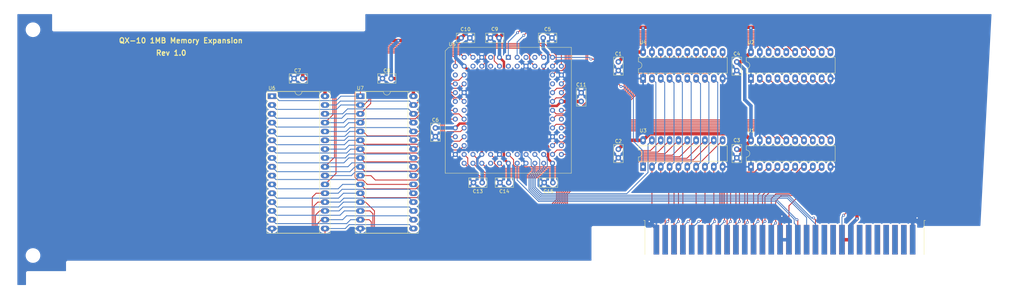
<source format=kicad_pcb>
(kicad_pcb (version 20211014) (generator pcbnew)
  (title_block (title "QX-10 1MB Memory Expansion Board") (date "2022-11-24") (rev "1.0"))
  (layers (0 "F.Cu" signal) (31 "B.Cu" signal) (34 "B.Paste" user) (35 "F.Paste" user) (36 "B.SilkS" user "B.Silkscreen") (37 "F.SilkS" user "F.Silkscreen") (38 "B.Mask" user) (39 "F.Mask" user) (44 "Edge.Cuts" user))
  (net 0 "")
  (net 1 "GND")
  (net 2 "/DTB0")
  (net 3 "/DTB1")
  (net 4 "/DTB2")
  (net 5 "/DTB3")
  (net 6 "/DTB4")
  (net 7 "/DTB5")
  (net 8 "/DTB6")
  (net 9 "/DTB7")
  (net 10 "/ADR0")
  (net 13 "/ADR1")
  (net 14 "/ADR2")
  (net 15 "/ADR3")
  (net 16 "/ADR4")
  (net 17 "/ADR5")
  (net 18 "/ADR6")
  (net 19 "/ADR7")
  (net 20 "/ADR8")
  (net 21 "/ADR9")
  (net 22 "/ADR10")
  (net 23 "/ADR11")
  (net 24 "/ADR12")
  (net 25 "/ADR13")
  (net 26 "/ADR14")
  (net 27 "/ADR15")
  (net 28 "/CLK")
  (net 29 "/~{BSAK}")
  (net 30 "/~{MEMX}")
  (net 31 "/~{IWR}")
  (net 32 "/~{MRD}")
  (net 33 "/~{MWR}")
  (net 34 "+5V")
  (net 36 "/~{RSET}")
  (net 53 "/~{MEMRQ}")
  (net 54 "/A7")
  (net 55 "/A6")
  (net 56 "/A5")
  (net 57 "/A4")
  (net 58 "/A3")
  (net 59 "/A2")
  (net 60 "/A1")
  (net 61 "/A0")
  (net 62 "/A15")
  (net 63 "/A14")
  (net 64 "/A13")
  (net 65 "/A12")
  (net 66 "/A11")
  (net 67 "/A10")
  (net 68 "/A9")
  (net 69 "/A8")
  (net 70 "/MDB7")
  (net 71 "/MDB6")
  (net 72 "/MDB5")
  (net 73 "/MDB4")
  (net 74 "/MDB3")
  (net 75 "/MDB2")
  (net 76 "/MDB1")
  (net 77 "/MDB0")
  (net 78 "/D7")
  (net 79 "/D6")
  (net 80 "/D5")
  (net 81 "/D4")
  (net 82 "/D3")
  (net 83 "/D2")
  (net 84 "/D1")
  (net 85 "/D0")
  (net 87 "/MADR18")
  (net 90 "/MADR17")
  (net 91 "/MADR16")
  (net 93 "/MADR15")
  (net 94 "/MADR14")
  (net 96 "/MADR13")
  (net 97 "/MADR12")
  (net 98 "/MADR11")
  (net 99 "/MADR10")
  (net 100 "/MADR9")
  (net 101 "/MADR8")
  (net 102 "/MADR7")
  (net 104 "/MADR6")
  (net 105 "/MADR5")
  (net 106 "/MADR4")
  (net 107 "/MADR3")
  (net 108 "/MADR2")
  (net 109 "/MADR1")
  (net 110 "/MADR0")
  (net 115 "/~{CE2}")
  (net 116 "/~{CE1}")
  (net 117 "/~{MEMWR}")
  (net 119 "/~{MEMRD}")
  (footprint "MountingHole:MountingHole_3.2mm_M3" (layer "F.Cu") (at 30.4 30.4)
    (fp_text reference "REF**")
    (fp_text value "MountingHole_3.2mm_M3")
  )
  (footprint "MountingHole:MountingHole_3.2mm_M3" (layer "F.Cu") (at 30.4 95.4)
    (fp_text reference "REF**")
    (fp_text value "MountingHole_3.2mm_M3")
  )
  (footprint "qx10:BUS_QX10" (layer "F.Cu") (at 283.89 87.295)
    (fp_text reference "CN1")
    (fp_text value "QX10_Bus")
  )
  (footprint "Package_DIP:DIP-20_W7.62mm_LongPads" (layer "F.Cu") (at 205.735 44.45 90)
    (fp_text reference "U4")
    (fp_text value "74LS541")
  )
  (footprint "Package_DIP:DIP-20_W7.62mm_LongPads" (layer "F.Cu") (at 236.733 44.45 90)
    (fp_text reference "U2")
    (fp_text value "74LS541")
  )
  (footprint "Capacitor_THT:C_Disc_D5.0mm_W2.5mm_P2.50mm" (layer "F.Cu") (at 232.664 64.79 -90)
    (fp_text reference "C3")
    (fp_text value "0.1uf")
  )
  (footprint "Capacitor_THT:C_Disc_D5.0mm_W2.5mm_P2.50mm" (layer "F.Cu") (at 153.456 32.766)
    (fp_text reference "C10")
    (fp_text value "0.1uf")
  )
  (footprint "Package_LCC:PLCC-84_THT-Socket" (layer "F.Cu") (at 167.005 38.354)
    (fp_text reference "U5")
    (fp_text value "EPM7160SLC84-7")
  )
  (footprint "Capacitor_THT:C_Disc_D5.0mm_W2.5mm_P2.50mm" (layer "F.Cu") (at 177.038 32.766)
    (fp_text reference "C5")
    (fp_text value "0.1uf")
  )
  (footprint "Package_DIP:DIP-20_W7.62mm_LongPads" (layer "F.Cu") (at 236.733 69.85 90)
    (fp_text reference "U1")
    (fp_text value "74LS541")
  )
  (footprint "Capacitor_THT:C_Disc_D5.0mm_W2.5mm_P2.50mm" (layer "F.Cu") (at 164.338 32.766 180)
    (fp_text reference "C9")
    (fp_text value "0.1uf")
  )
  (footprint "Capacitor_THT:C_Disc_D5.0mm_W2.5mm_P2.50mm" (layer "F.Cu") (at 107.93 44.45 180)
    (fp_text reference "C7")
    (fp_text value "0.1uf")
  )
  (footprint "Package_DIP:DIP-32_W15.24mm_Socket_LongPads" (layer "F.Cu") (at 124.48 49.53)
    (fp_text reference "U7")
    (fp_text value "AS6C4008-55PCN")
  )
  (footprint "Capacitor_THT:C_Disc_D5.0mm_W2.5mm_P2.50mm" (layer "F.Cu") (at 179.812 74.422 180)
    (fp_text reference "C15")
    (fp_text value "0.1uf")
  )
  (footprint "Capacitor_THT:C_Disc_D5.0mm_W2.5mm_P2.50mm" (layer "F.Cu") (at 159.492 74.422 180)
    (fp_text reference "C13")
    (fp_text value "0.1uf")
  )
  (footprint "Capacitor_THT:C_Disc_D5.0mm_W2.5mm_P2.50mm" (layer "F.Cu") (at 232.664 39.664 -90)
    (fp_text reference "C4")
    (fp_text value "0.1uf")
  )
  (footprint "Capacitor_THT:C_Disc_D5.0mm_W2.5mm_P2.50mm" (layer "F.Cu") (at 167.112 74.422 180)
    (fp_text reference "C14")
    (fp_text value "0.1uf")
  )
  (footprint "Capacitor_THT:C_Disc_D5.0mm_W2.5mm_P2.50mm" (layer "F.Cu") (at 146.05 58.674 -90)
    (fp_text reference "C6")
    (fp_text value "0.1uf")
  )
  (footprint "Capacitor_THT:C_Disc_D5.0mm_W2.5mm_P2.50mm" (layer "F.Cu") (at 198.628 39.644 -90)
    (fp_text reference "C1")
    (fp_text value "0.1uf")
  )
  (footprint "Capacitor_THT:C_Disc_D5.0mm_W2.5mm_P2.50mm" (layer "F.Cu") (at 133.33 44.45 180)
    (fp_text reference "C8")
    (fp_text value "0.1uf")
  )
  (footprint "Capacitor_THT:C_Disc_D5.0mm_W2.5mm_P2.50mm" (layer "F.Cu") (at 198.628 64.79 -90)
    (fp_text reference "C2")
    (fp_text value "0.1uf")
  )
  (footprint "Capacitor_THT:C_Disc_D5.0mm_W2.5mm_P2.50mm" (layer "F.Cu") (at 187.96 51.034 90)
    (fp_text reference "C11")
    (fp_text value "0.1uf")
  )
  (footprint "Package_DIP:DIP-20_W7.62mm_LongPads" (layer "F.Cu") (at 205.735 69.85 90)
    (fp_text reference "U3")
    (fp_text value "74LS245")
  )
  (footprint "Package_DIP:DIP-32_W15.24mm_Socket_LongPads" (layer "F.Cu") (at 99.08 49.53)
    (fp_text reference "U6")
    (fp_text value "AS6C4008-55PCN")
  )
  (gr_line (start 303.150718 87.4) (end 286.7 87.4) (layer "Edge.Cuts") (width 0.001))
  (gr_line (start 125.4 25.4) (end 306.4 25.4) (layer "Edge.Cuts") (width 0.001))
  (gr_line (start 40.4 97.4) (end 191.4 97.4) (layer "Edge.Cuts") (width 0.001))
  (gr_line (start 36.4 30.4) (end 125.4 30.4) (layer "Edge.Cuts") (width 0.001))
  (gr_line (start 28.9 100.4) (end 40.4 100.4) (layer "Edge.Cuts") (width 0.001))
  (gr_line (start 125.4 25.4) (end 125.4 30.4) (layer "Edge.Cuts") (width 0.001))
  (gr_line (start 206.1 95.4) (end 206.1 87.4) (layer "Edge.Cuts") (width 0.001))
  (gr_line (start 25.4 25.4) (end 25.4 104.4) (layer "Edge.Cuts") (width 0.001))
  (gr_line (start 25.4 25.4) (end 36.4 25.4) (layer "Edge.Cuts") (width 0.001))
  (gr_line (start 191.4 97.4) (end 191.4 87.4) (layer "Edge.Cuts") (width 0.001))
  (gr_line (start 28.9 104.4) (end 28.9 100.4) (layer "Edge.Cuts") (width 0.001))
  (gr_line (start 286.7 87.4) (end 286.7 95.4) (layer "Edge.Cuts") (width 0.001))
  (gr_line (start 306.4 25.4) (end 303.150718 87.4) (layer "Edge.Cuts") (width 0.001))
  (gr_line (start 36.4 25.4) (end 36.4 30.4) (layer "Edge.Cuts") (width 0.001))
  (gr_line (start 40.4 100.4) (end 40.4 97.4) (layer "Edge.Cuts") (width 0.001))
  (gr_line (start 286.7 95.4) (end 206.1 95.4) (layer "Edge.Cuts") (width 0.001))
  (gr_line (start 25.4 104.4) (end 28.9 104.4) (layer "Edge.Cuts") (width 0.001))
  (gr_line (start 191.4 87.4) (end 206.1 87.4) (layer "Edge.Cuts") (width 0.001))
  (gr_text "QX-10 1MB Memory Expansion" (at 72.898 33.528) (layer "F.SilkS") (effects (font (size 1.5 1.5) (thickness 0.3))))
  (gr_text "Rev ${REVISION}" (at 70.104 37.084) (layer "F.SilkS") (effects (font (size 1.5 1.5) (thickness 0.3))))
  (segment (start 283.21 85.852) (end 284.48 84.582) (width 1) (layer "F.Cu") (net 1))
  (segment (start 209.55 87.63) (end 207.518 85.598) (width 1) (layer "F.Cu") (net 1))
  (segment (start 209.55 90.855) (end 209.55 87.63) (width 1) (layer "F.Cu") (net 1))
  (segment (start 283.21 90.855) (end 283.21 85.852) (width 1) (layer "F.Cu") (net 1))
  (segment (start 245.11 90.855) (end 245.11 84.582) (width 1) (layer "F.Cu") (net 1))
  (segment (start 245.11 84.582) (end 245.618 84.074) (width 1) (layer "F.Cu") (net 1))
  (via (at 207.518 85.598) (size 0.8) (drill 0.4) (layers "F.Cu" "B.Cu") (net 1))
  (via (at 284.48 84.582) (size 0.8) (drill 0.4) (layers "F.Cu" "B.Cu") (net 1))
  (via (at 245.618 84.074) (size 0.8) (drill 0.4) (layers "F.Cu" "B.Cu") (net 1))
  (segment (start 178.444289 59.953289) (end 179.705 61.214) (width 0.7) (layer "B.Cu") (net 1))
  (segment (start 179.201373 42.154711) (end 173.491289 42.154711) (width 0.7) (layer "B.Cu") (net 1))
  (segment (start 283.21 85.852) (end 283.21 90.855) (width 1) (layer "B.Cu") (net 1))
  (segment (start 160.645711 41.501133) (end 161.299289 42.154711) (width 0.7) (layer "B.Cu") (net 1))
  (segment (start 154.808627 65.033289) (end 153.025711 65.033289) (width 0.7) (layer "B.Cu") (net 1))
  (segment (start 284.48 84.582) (end 283.21 85.852) (width 1) (layer "B.Cu") (net 1))
  (segment (start 209.55 87.63) (end 209.55 90.855) (width 1) (layer "B.Cu") (net 1))
  (segment (start 154.808627 65.033289) (end 163.058711 65.033289) (width 0.7) (layer "B.Cu") (net 1))
  (segment (start 153.025711 65.033289) (end 151.765 66.294) (width 0.7) (layer "B.Cu") (net 1))
  (segment (start 175.885711 65.033289) (end 179.705 61.214) (width 0.7) (layer "B.Cu") (net 1))
  (segment (start 154.305 48.514) (end 155.565711 49.774711) (width 0.7) (layer "B.Cu") (net 1))
  (segment (start 159.385 38.354) (end 160.645711 39.614711) (width 0.7) (layer "B.Cu") (net 1))
  (segment (start 179.201373 42.154711) (end 178.444289 42.911795) (width 0.7) (layer "B.Cu") (net 1))
  (segment (start 170.805711 67.554711) (end 170.805711 65.771795) (width 0.7) (layer "B.Cu") (net 1))
  (segment (start 156.473289 42.154711) (end 155.565711 43.062289) (width 0.7) (layer "B.Cu") (net 1))
  (segment (start 172.085 68.834) (end 170.805711 67.554711) (width 0.7) (layer "B.Cu") (net 1))
  (segment (start 169.916711 65.033289) (end 175.885711 65.033289) (width 0.7) (layer "B.Cu") (net 1))
  (segment (start 155.565711 43.062289) (end 155.565711 47.253289) (width 0.7) (layer "B.Cu") (net 1))
  (segment (start 207.518 85.598) (end 209.55 87.63) (width 1) (layer "B.Cu") (net 1))
  (segment (start 160.645711 39.614711) (end 160.645711 41.501133) (width 0.7) (layer "B.Cu") (net 1))
  (segment (start 161.299289 42.154711) (end 173.491289 42.154711) (width 0.7) (layer "B.Cu") (net 1))
  (segment (start 155.565711 64.276205) (end 154.808627 65.033289) (width 0.7) (layer "B.Cu") (net 1))
  (segment (start 161.299289 42.154711) (end 156.473289 42.154711) (width 0.7) (layer "B.Cu") (net 1))
  (segment (start 170.805711 65.771795) (end 170.067205 65.033289) (width 0.7) (layer "B.Cu") (net 1))
  (segment (start 155.565711 49.774711) (end 155.565711 64.276205) (width 0.7) (layer "B.Cu") (net 1))
  (segment (start 178.444289 42.911795) (end 178.444289 59.953289) (width 0.7) (layer "B.Cu") (net 1))
  (segment (start 164.465 66.294) (end 163.204289 65.033289) (width 0.7) (layer "B.Cu") (net 1))
  (segment (start 180.965711 42.154711) (end 179.201373 42.154711) (width 0.7) (layer "B.Cu") (net 1))
  (segment (start 155.565711 47.253289) (end 154.305 48.514) (width 0.7) (layer "B.Cu") (net 1))
  (segment (start 245.11 90.855) (end 247.65 90.855) (width 1) (layer "B.Cu") (net 1))
  (segment (start 172.085 40.894) (end 173.345711 42.154711) (width 0.7) (layer "B.Cu") (net 1))
  (segment (start 163.058711 65.033289) (end 169.916711 65.033289) (width 0.7) (layer "B.Cu") (net 1))
  (segment (start 182.245 43.434) (end 180.965711 42.154711) (width 0.7) (layer "B.Cu") (net 1))
  (segment (start 208.275 81.275) (end 212.09 85.09) (width 0.25) (layer "F.Cu") (net 2))
  (segment (start 208.275 69.85) (end 208.275 81.275) (width 0.25) (layer "F.Cu") (net 2))
  (segment (start 212.09 85.09) (end 212.09 90.855) (width 0.25) (layer "F.Cu") (net 2))
  (segment (start 209.39952 68.72548) (end 209.39952 45.57452) (width 0.25) (layer "B.Cu") (net 2))
  (segment (start 208.275 69.85) (end 209.39952 68.72548) (width 0.25) (layer "B.Cu") (net 2))
  (segment (start 209.39952 45.57452) (end 208.275 44.45) (width 0.25) (layer "B.Cu") (net 2))
  (segment (start 213.101 82.799) (end 213.106 82.804) (width 0.25) (layer "F.Cu") (net 3))
  (segment (start 213.106 85.310799) (end 213.106 82.804) (width 0.25) (layer "F.Cu") (net 3))
  (segment (start 213.101 75.169) (end 213.101 82.799) (width 0.25) (layer "F.Cu") (net 3))
  (segment (start 213.101 75.169) (end 210.815 72.883) (width 0.25) (layer "F.Cu") (net 3))
  (segment (start 210.815 72.883) (end 210.815 69.85) (width 0.25) (layer "F.Cu") (net 3))
  (segment (start 212.8145 85.602299) (end 213.106 85.310799) (width 0.25) (layer "F.Cu") (net 3))
  (via (at 212.8145 85.602299) (size 0.8) (drill 0.4) (layers "F.Cu" "B.Cu") (net 3))
  (segment (start 211.93952 68.72548) (end 211.93952 45.57452) (width 0.25) (layer "B.Cu") (net 3))
  (segment (start 210.815 69.85) (end 211.93952 68.72548) (width 0.25) (layer "B.Cu") (net 3))
  (segment (start 212.09 86.326799) (end 212.8145 85.602299) (width 0.25) (layer "B.Cu") (net 3))
  (segment (start 212.09 90.855) (end 212.09 86.326799) (width 0.25) (layer "B.Cu") (net 3))
  (segment (start 211.93952 45.57452) (end 210.815 44.45) (width 0.25) (layer "B.Cu") (net 3))
  (segment (start 213.355 73.645) (end 213.355 69.85) (width 0.25) (layer "F.Cu") (net 4))
  (segment (start 214.63 74.92) (end 213.355 73.645) (width 0.25) (layer "F.Cu") (net 4))
  (segment (start 214.63 90.855) (end 214.63 74.92) (width 0.25) (layer "F.Cu") (net 4))
  (segment (start 214.61 45.705) (end 213.355 44.45) (width 0.25) (layer "B.Cu") (net 4))
  (segment (start 214.625 45.705) (end 214.625 68.58) (width 0.25) (layer "B.Cu") (net 4))
  (segment (start 214.625 68.58) (end 213.355 69.85) (width 0.25) (layer "B.Cu") (net 4))
  (segment (start 214.625 45.705) (end 214.61 45.705) (width 0.25) (layer "B.Cu") (net 4))
  (segment (start 215.895 69.85) (end 215.895 77.973) (width 0.25) (layer "F.Cu") (net 5))
  (segment (start 215.895 77.973) (end 215.9 77.978) (width 0.25) (layer "F.Cu") (net 5))
  (segment (start 215.9 85.598) (end 215.9 77.978) (width 0.25) (layer "F.Cu") (net 5))
  (via (at 215.9 85.598) (size 0.8) (drill 0.4) (layers "F.Cu" "B.Cu") (net 5))
  (segment (start 217.01952 45.57452) (end 215.895 44.45) (width 0.25) (layer "B.Cu") (net 5))
  (segment (start 215.895 69.85) (end 217.01952 68.72548) (width 0.25) (layer "B.Cu") (net 5))
  (segment (start 214.63 90.855) (end 214.63 86.868) (width 0.25) (layer "B.Cu") (net 5))
  (segment (start 214.63 86.868) (end 215.9 85.598) (width 0.25) (layer "B.Cu") (net 5))
  (segment (start 217.01952 68.72548) (end 217.01952 45.57452) (width 0.25) (layer "B.Cu") (net 5))
  (segment (start 217.17 90.855) (end 217.17 83.058) (width 0.25) (layer "F.Cu") (net 6))
  (segment (start 218.435 73.645) (end 218.435 69.85) (width 0.25) (layer "F.Cu") (net 6))
  (segment (start 217.165 74.915) (end 217.165 83.053) (width 0.25) (layer "F.Cu") (net 6))
  (segment (start 217.165 74.915) (end 218.435 73.645) (width 0.25) (layer "F.Cu") (net 6))
  (segment (start 218.435 69.85) (end 219.55952 68.72548) (width 0.25) (layer "B.Cu") (net 6))
  (segment (start 219.55952 45.57452) (end 218.435 44.45) (width 0.25) (layer "B.Cu") (net 6))
  (segment (start 219.55952 68.72548) (end 219.55952 45.57452) (width 0.25) (layer "B.Cu") (net 6))
  (segment (start 220.975 77.48) (end 220.98 77.485) (width 0.25) (layer "F.Cu") (net 7))
  (segment (start 220.975 69.85) (end 220.975 77.48) (width 0.25) (layer "F.Cu") (net 7))
  (segment (start 220.98 83.312) (end 220.98 77.485) (width 0.25) (layer "F.Cu") (net 7))
  (segment (start 218.694 85.598) (end 220.98 83.312) (width 0.25) (layer "F.Cu") (net 7))
  (via (at 218.694 85.598) (size 0.8) (drill 0.4) (layers "F.Cu" "B.Cu") (net 7))
  (segment (start 220.975 69.85) (end 222.245 68.58) (width 0.25) (layer "B.Cu") (net 7))
  (segment (start 217.17 87.122) (end 218.694 85.598) (width 0.25) (layer "B.Cu") (net 7))
  (segment (start 222.245 68.58) (end 222.245 45.959) (width 0.25) (layer "B.Cu") (net 7))
  (segment (start 220.975 44.689) (end 220.975 44.45) (width 0.25) (layer "B.Cu") (net 7))
  (segment (start 217.17 90.855) (end 217.17 87.122) (width 0.25) (layer "B.Cu") (net 7))
  (segment (start 222.245 45.959) (end 220.975 44.689) (width 0.25) (layer "B.Cu") (net 7))
  (segment (start 223.52 82.296) (end 223.52 74.178) (width 0.25) (layer "F.Cu") (net 8))
  (segment (start 223.52 74.178) (end 223.515 74.173) (width 0.25) (layer "F.Cu") (net 8))
  (segment (start 223.515 74.173) (end 223.515 69.85) (width 0.25) (layer "F.Cu") (net 8))
  (segment (start 219.71 90.855) (end 219.71 86.106) (width 0.25) (layer "F.Cu") (net 8))
  (segment (start 219.71 86.106) (end 223.52 82.296) (width 0.25) (layer "F.Cu") (net 8))
  (segment (start 223.515 69.85) (end 224.63952 68.72548) (width 0.25) (layer "B.Cu") (net 8))
  (segment (start 224.63952 45.57452) (end 223.515 44.45) (width 0.25) (layer "B.Cu") (net 8))
  (segment (start 224.63952 68.72548) (end 224.63952 45.57452) (width 0.25) (layer "B.Cu") (net 8))
  (segment (start 221.742 85.598) (end 222.152717 85.598) (width 0.25) (layer "F.Cu") (net 9))
  (segment (start 226.055 74.055717) (end 226.055 69.85) (width 0.25) (layer "F.Cu") (net 9))
  (segment (start 222.152717 85.598) (end 226.06 81.690717) (width 0.25) (layer "F.Cu") (net 9))
  (segment (start 226.06 81.690717) (end 226.06 74.060717) (width 0.25) (layer "F.Cu") (net 9))
  (via (at 221.742 85.598) (size 0.8) (drill 0.4) (layers "F.Cu" "B.Cu") (net 9))
  (segment (start 219.71 90.855) (end 219.71 87.63) (width 0.25) (layer "B.Cu") (net 9))
  (segment (start 226.055 69.85) (end 227.17952 68.72548) (width 0.25) (layer "B.Cu") (net 9))
  (segment (start 219.71 87.63) (end 221.742 85.598) (width 0.25) (layer "B.Cu") (net 9))
  (segment (start 227.17952 68.72548) (end 227.17952 45.57452) (width 0.25) (layer "B.Cu") (net 9))
  (segment (start 227.17952 45.57452) (end 226.055 44.45) (width 0.25) (layer "B.Cu") (net 9))
  (segment (start 224.79 84.074) (end 224.79 90.855) (width 0.25) (layer "F.Cu") (net 10))
  (segment (start 227.75944 81.10456) (end 227.75944 74.24656) (width 0.25) (layer "F.Cu") (net 10))
  (segment (start 237.748489 71.374511) (end 239.273 69.85) (width 0.25) (layer "F.Cu") (net 10))
  (segment (start 230.631489 71.374511) (end 237.748489 71.374511) (width 0.25) (layer "F.Cu") (net 10))
  (segment (start 230.631489 71.374511) (end 227.75944 74.24656) (width 0.25) (layer "F.Cu") (net 10))
  (segment (start 224.79 84.074) (end 227.75944 81.10456) (width 0.25) (layer "F.Cu") (net 10))
  (segment (start 228.20896 81.290758) (end 226.314 83.185718) (width 0.25) (layer "F.Cu") (net 13))
  (segment (start 226.314 83.185718) (end 226.314 85.598) (width 0.25) (layer "F.Cu") (net 13))
  (segment (start 228.20896 74.432758) (end 228.20896 81.290758) (width 0.25) (layer "F.Cu") (net 13))
  (segment (start 230.817688 71.824031) (end 239.838969 71.824031) (width 0.25) (layer "F.Cu") (net 13))
  (segment (start 230.817688 71.824031) (end 228.20896 74.432759) (width 0.25) (layer "F.Cu") (net 13))
  (segment (start 241.813 69.85) (end 239.838969 71.824031) (width 0.25) (layer "F.Cu") (net 13))
  (via (at 226.314 85.598) (size 0.8) (drill 0.4) (layers "F.Cu" "B.Cu") (net 13))
  (segment (start 224.79 87.122) (end 226.314 85.598) (width 0.25) (layer "B.Cu") (net 13))
  (segment (start 224.79 90.855) (end 224.79 87.122) (width 0.25) (layer "B.Cu") (net 13))
  (segment (start 231.003885 72.273551) (end 241.929449 72.273551) (width 0.25) (layer "F.Cu") (net 14))
  (segment (start 227.33 90.855) (end 227.33 82.805436) (width 0.25) (layer "F.Cu") (net 14))
  (segment (start 241.929449 72.273551) (end 244.353 69.85) (width 0.25) (layer "F.Cu") (net 14))
  (segment (start 228.65848 74.618956) (end 231.003885 72.273551) (width 0.25) (layer "F.Cu") (net 14))
  (segment (start 228.65848 81.476956) (end 228.65848 74.618956) (width 0.25) (layer "F.Cu") (net 14))
  (segment (start 227.33 82.805436) (end 228.65848 81.476956) (width 0.25) (layer "F.Cu") (net 14))
  (segment (start 231.190083 72.723071) (end 244.019929 72.723071) (width 0.25) (layer "F.Cu") (net 15))
  (segment (start 244.019929 72.723071) (end 246.893 69.85) (width 0.25) (layer "F.Cu") (net 15))
  (segment (start 229.108 85.598) (end 229.108 74.805154) (width 0.25) (layer "F.Cu") (net 15))
  (segment (start 229.108 74.805154) (end 231.190083 72.723071) (width 0.25) (layer "F.Cu") (net 15))
  (via (at 229.108 85.598) (size 0.8) (drill 0.4) (layers "F.Cu" "B.Cu") (net 15))
  (segment (start 227.33 90.855) (end 227.33 87.376) (width 0.25) (layer "B.Cu") (net 15))
  (segment (start 227.33 87.376) (end 229.108 85.598) (width 0.25) (layer "B.Cu") (net 15))
  (segment (start 249.433 69.85) (end 246.110409 73.172591) (width 0.25) (layer "F.Cu") (net 16))
  (segment (start 231.376281 73.172591) (end 246.110409 73.172591) (width 0.25) (layer "F.Cu") (net 16))
  (segment (start 229.87 74.678872) (end 229.87 90.855) (width 0.25) (layer "F.Cu") (net 16))
  (segment (start 231.376281 73.172591) (end 229.87 74.678872) (width 0.25) (layer "F.Cu") (net 16))
  (segment (start 251.423311 69.85) (end 247.6512 73.622111) (width 0.25) (layer "F.Cu") (net 17))
  (segment (start 230.886 76.891222) (end 234.155111 73.622111) (width 0.25) (layer "F.Cu") (net 17))
  (segment (start 230.886 85.598) (end 230.886 76.891222) (width 0.25) (layer "F.Cu") (net 17))
  (segment (start 251.973 69.85) (end 251.423311 69.85) (width 0.25) (layer "F.Cu") (net 17))
  (segment (start 247.6512 73.622111) (end 234.155111 73.622111) (width 0.25) (layer "F.Cu") (net 17))
  (via (at 230.886 85.598) (size 0.8) (drill 0.4) (layers "F.Cu" "B.Cu") (net 17))
  (segment (start 229.87 86.614) (end 230.886 85.598) (width 0.25) (layer "B.Cu") (net 17))
  (segment (start 229.87 90.855) (end 229.87 86.614) (width 0.25) (layer "B.Cu") (net 17))
  (segment (start 232.41 76.357631) (end 234.696 74.071631) (width 0.25) (layer "F.Cu") (net 18))
  (segment (start 232.41 76.357631) (end 232.41 90.855) (width 0.25) (layer "F.Cu") (net 18))
  (segment (start 254.513 69.85) (end 250.291369 74.071631) (width 0.25) (layer "F.Cu") (net 18))
  (segment (start 250.291369 74.071631) (end 234.696 74.071631) (width 0.25) (layer "F.Cu") (net 18))
  (segment (start 233.426 85.598) (end 233.426 76.2) (width 0.25) (layer "F.Cu") (net 19))
  (segment (start 233.426 76.2) (end 235.104849 74.521151) (width 0.25) (layer "F.Cu") (net 19))
  (segment (start 257.053 69.85) (end 252.381849 74.521151) (width 0.25) (layer "F.Cu") (net 19))
  (segment (start 235.104849 74.521151) (end 252.381849 74.521151) (width 0.25) (layer "F.Cu") (net 19))
  (via (at 233.426 85.598) (size 0.8) (drill 0.4) (layers "F.Cu" "B.Cu") (net 19))
  (segment (start 232.41 90.855) (end 232.41 86.614) (width 0.25) (layer "B.Cu") (net 19))
  (segment (start 232.41 86.614) (end 233.426 85.598) (width 0.25) (layer "B.Cu") (net 19))
  (segment (start 261.117 50.932026) (end 259.686614 49.50164) (width 0.25) (layer "F.Cu") (net 20))
  (segment (start 234.95 90.855) (end 234.95 75.438) (width 0.25) (layer "F.Cu") (net 20))
  (segment (start 244.32464 49.50164) (end 239.273 44.45) (width 0.25) (layer "F.Cu") (net 20))
  (segment (start 257.012329 74.970671) (end 261.117 70.866) (width 0.25) (layer "F.Cu") (net 20))
  (segment (start 235.417329 74.970671) (end 257.012329 74.970671) (width 0.25) (layer "F.Cu") (net 20))
  (segment (start 259.686614 49.50164) (end 244.32464 49.50164) (width 0.25) (layer "F.Cu") (net 20))
  (segment (start 234.95 75.438) (end 235.417329 74.970671) (width 0.25) (layer "F.Cu") (net 20))
  (segment (start 261.117 70.866) (end 261.117 50.932026) (width 0.25) (layer "F.Cu") (net 20))
  (segment (start 246.41512 49.05212) (end 241.813 44.45) (width 0.25) (layer "F.Cu") (net 21))
  (segment (start 261.56652 50.745828) (end 259.872812 49.05212) (width 0.25) (layer "F.Cu") (net 21))
  (segment (start 257.198526 75.420191) (end 261.56652 71.052197) (width 0.25) (layer "F.Cu") (net 21))
  (segment (start 235.712 85.852) (end 235.712 76.454) (width 0.25) (layer "F.Cu") (net 21))
  (segment (start 261.56652 71.052197) (end 261.56652 50.745828) (width 0.25) (layer "F.Cu") (net 21))
  (segment (start 259.872812 49.05212) (end 246.41512 49.05212) (width 0.25) (layer "F.Cu") (net 21))
  (segment (start 236.745809 75.420191) (end 257.198526 75.420191) (width 0.25) (layer "F.Cu") (net 21))
  (segment (start 235.712 76.454) (end 236.745809 75.420191) (width 0.25) (layer "F.Cu") (net 21))
  (via (at 235.712 85.852) (size 0.8) (drill 0.4) (layers "F.Cu" "B.Cu") (net 21))
  (segment (start 234.95 90.855) (end 234.95 86.614) (width 0.25) (layer "B.Cu") (net 21))
  (segment (start 234.95 86.614) (end 235.712 85.852) (width 0.25) (layer "B.Cu") (net 21))
  (segment (start 260.05901 48.6026) (end 248.5056 48.6026) (width 0.25) (layer "F.Cu") (net 22))
  (segment (start 237.49 76.885711) (end 238.506 75.869711) (width 0.25) (layer "F.Cu") (net 22))
  (segment (start 262.01604 71.238394) (end 262.01604 50.55963) (width 0.25) (layer "F.Cu") (net 22))
  (segment (start 237.49 90.855) (end 237.49 76.885711) (width 0.25) (layer "F.Cu") (net 22))
  (segment (start 262.01604 50.55963) (end 260.05901 48.6026) (width 0.25) (layer "F.Cu") (net 22))
  (segment (start 238.506 75.869711) (end 257.384724 75.869711) (width 0.25) (layer "F.Cu") (net 22))
  (segment (start 248.5056 48.6026) (end 244.353 44.45) (width 0.25) (layer "F.Cu") (net 22))
  (segment (start 257.384724 75.869711) (end 262.01604 71.238394) (width 0.25) (layer "F.Cu") (net 22))
  (segment (start 257.570921 76.319231) (end 262.46556 71.424591) (width 0.25) (layer "F.Cu") (net 23))
  (segment (start 250.59608 48.15308) (end 246.893 44.45) (width 0.25) (layer "F.Cu") (net 23))
  (segment (start 238.76 85.598) (end 238.76 77.978) (width 0.25) (layer "F.Cu") (net 23))
  (segment (start 240.418769 76.319231) (end 257.570921 76.319231) (width 0.25) (layer "F.Cu") (net 23))
  (segment (start 260.245208 48.15308) (end 250.59608 48.15308) (width 0.25) (layer "F.Cu") (net 23))
  (segment (start 262.46556 50.373432) (end 260.245208 48.15308) (width 0.25) (layer "F.Cu") (net 23))
  (segment (start 238.76 77.978) (end 240.418769 76.319231) (width 0.25) (layer "F.Cu") (net 23))
  (segment (start 262.465559 71.424591) (end 262.46556 50.373432) (width 0.25) (layer "F.Cu") (net 23))
  (via (at 238.76 85.598) (size 0.8) (drill 0.4) (layers "F.Cu" "B.Cu") (net 23))
  (segment (start 237.49 90.855) (end 237.49 86.868) (width 0.25) (layer "B.Cu") (net 23))
  (segment (start 237.49 86.868) (end 238.76 85.598) (width 0.25) (layer "B.Cu") (net 23))
  (segment (start 241.3 76.768751) (end 257.757118 76.768751) (width 0.25) (layer "F.Cu") (net 24))
  (segment (start 240.03 90.855) (end 240.03 78.038751) (width 0.25) (layer "F.Cu") (net 24))
  (segment (start 262.915079 71.610791) (end 262.915079 50.187233) (width 0.25) (layer "F.Cu") (net 24))
  (segment (start 262.915079 50.187233) (end 260.431406 47.70356) (width 0.25) (layer "F.Cu") (net 24))
  (segment (start 260.431406 47.70356) (end 252.68656 47.70356) (width 0.25) (layer "F.Cu") (net 24))
  (segment (start 252.68656 47.70356) (end 249.433 44.45) (width 0.25) (layer "F.Cu") (net 24))
  (segment (start 257.757118 76.768751) (end 262.915079 71.610791) (width 0.25) (layer "F.Cu") (net 24))
  (segment (start 240.03 78.038751) (end 241.3 76.768751) (width 0.25) (layer "F.Cu") (net 24))
  (segment (start 242.059729 77.218271) (end 257.943315 77.218271) (width 0.25) (layer "F.Cu") (net 25))
  (segment (start 240.7545 78.5235) (end 242.059729 77.218271) (width 0.25) (layer "F.Cu") (net 25))
  (segment (start 254.77704 47.25404) (end 251.973 44.45) (width 0.25) (layer "F.Cu") (net 25))
  (segment (start 240.7545 85.598) (end 240.7545 78.5235) (width 0.25) (layer "F.Cu") (net 25))
  (segment (start 260.617604 47.25404) (end 254.77704 47.25404) (width 0.25) (layer "F.Cu") (net 25))
  (segment (start 263.364599 50.001035) (end 260.617604 47.25404) (width 0.25) (layer "F.Cu") (net 25))
  (segment (start 263.364599 71.796988) (end 263.364599 50.001035) (width 0.25) (layer "F.Cu") (net 25))
  (segment (start 257.943315 77.218271) (end 263.364599 71.796988) (width 0.25) (layer "F.Cu") (net 25))
  (via (at 240.7545 85.598) (size 0.8) (drill 0.4) (layers "F.Cu" "B.Cu") (net 25))
  (segment (start 240.03 86.3225) (end 240.7545 85.598) (width 0.25) (layer "B.Cu") (net 25))
  (segment (start 240.03 90.855) (end 240.03 86.3225) (width 0.25) (layer "B.Cu") (net 25))
  (segment (start 263.814119 49.814837) (end 260.803802 46.80452) (width 0.25) (layer "F.Cu") (net 26))
  (segment (start 242.57 90.855) (end 242.57 78.994) (width 0.25) (layer "F.Cu") (net 26))
  (segment (start 260.803802 46.80452) (end 256.86752 46.80452) (width 0.25) (layer "F.Cu") (net 26))
  (segment (start 243.896209 77.667791) (end 258.129513 77.667791) (width 0.25) (layer "F.Cu") (net 26))
  (segment (start 258.129513 77.667791) (end 263.814119 71.983185) (width 0.25) (layer "F.Cu") (net 26))
  (segment (start 263.814119 71.983185) (end 263.814119 49.814837) (width 0.25) (layer "F.Cu") (net 26))
  (segment (start 256.86752 46.80452) (end 254.513 44.45) (width 0.25) (layer "F.Cu") (net 26))
  (segment (start 242.57 78.994) (end 243.896209 77.667791) (width 0.25) (layer "F.Cu") (net 26))
  (segment (start 243.84 86.027291) (end 243.84 79.756) (width 0.25) (layer "F.Cu") (net 27))
  (segment (start 243.84 79.756) (end 245.478689 78.117311) (width 0.25) (layer "F.Cu") (net 27))
  (segment (start 258.958 46.355) (end 257.053 44.45) (width 0.25) (layer "F.Cu") (net 27))
  (segment (start 258.315711 78.117311) (end 264.263639 72.169382) (width 0.25) (layer "F.Cu") (net 27))
  (segment (start 264.263639 72.169382) (end 264.263639 49.628639) (width 0.25) (layer "F.Cu") (net 27))
  (segment (start 264.263639 49.628639) (end 260.99 46.355) (width 0.25) (layer "F.Cu") (net 27))
  (segment (start 245.478689 78.117311) (end 258.315711 78.117311) (width 0.25) (layer "F.Cu") (net 27))
  (segment (start 260.99 46.355) (end 258.958 46.355) (width 0.25) (layer "F.Cu") (net 27))
  (via (at 243.84 86.027291) (size 0.8) (drill 0.4) (layers "F.Cu" "B.Cu") (net 27))
  (segment (start 242.57 87.297291) (end 243.84 86.027291) (width 0.25) (layer "B.Cu") (net 27))
  (segment (start 242.57 90.855) (end 242.57 87.297291) (width 0.25) (layer "B.Cu") (net 27))
  (segment (start 264.713159 32.298159) (end 264.713159 72.355579) (width 0.25) (layer "F.Cu") (net 28))
  (segment (start 263.61684 31.20184) (end 264.713159 32.298159) (width 0.25) (layer "F.Cu") (net 28))
  (segment (start 250.19 78.566831) (end 258.501908 78.56683) (width 0.25) (layer "F.Cu") (net 28))
  (segment (start 172.25216 31.20184) (end 263.61684 31.20184) (width 0.25) (layer "F.Cu") (net 28))
  (segment (start 247.65 90.855) (end 247.65 81.106831) (width 0.25) (layer "F.Cu") (net 28))
  (segment (start 258.501908 78.56683) (end 264.713159 72.355579) (width 0.25) (layer "F.Cu") (net 28))
  (segment (start 247.65 81.106831) (end 250.19 78.566831) (width 0.25) (layer "F.Cu") (net 28))
  (segment (start 171.45 32.004) (end 172.25216 31.20184) (width 0.25) (layer "F.Cu") (net 28))
  (via (at 171.45 32.004) (size 0.8) (drill 0.4) (layers "F.Cu" "B.Cu") (net 28))
  (segment (start 169.545 33.909) (end 169.545 38.354) (width 0.25) (layer "B.Cu") (net 28))
  (segment (start 171.45 32.004) (end 169.545 33.909) (width 0.25) (layer "B.Cu") (net 28))
  (segment (start 250.19 85.344) (end 249.936 85.09) (width 0.25) (layer "F.Cu") (net 29))
  (segment (start 250.19 90.855) (end 250.19 85.344) (width 0.25) (layer "F.Cu") (net 29))
  (via (at 249.936 85.09) (size 0.8) (drill 0.4) (layers "F.Cu" "B.Cu") (net 29))
  (segment (start 173.589289 69.488711) (end 173.589289 67.798289) (width 0.25) (layer "B.Cu") (net 29))
  (segment (start 173.589289 67.798289) (end 172.085 66.294) (width 0.25) (layer "B.Cu") (net 29))
  (segment (start 244.23104 79.38504) (end 175.90217 79.38504) (width 0.25) (layer "B.Cu") (net 29))
  (segment (start 175.90217 79.38504) (end 172.953921 76.436791) (width 0.25) (layer "B.Cu") (net 29))
  (segment (start 174.17548 71.185649) (end 174.17548 70.074902) (width 0.25) (layer "B.Cu") (net 29))
  (segment (start 172.953921 76.436791) (end 172.953921 72.407208) (width 0.25) (layer "B.Cu") (net 29))
  (segment (start 174.17548 70.074902) (end 173.589289 69.488711) (width 0.25) (layer "B.Cu") (net 29))
  (segment (start 172.953921 72.407208) (end 174.17548 71.185649) (width 0.25) (layer "B.Cu") (net 29))
  (segment (start 249.936 85.09) (end 244.23104 79.38504) (width 0.25) (layer "B.Cu") (net 29))
  (segment (start 250.19 87.122) (end 249.174 86.106) (width 0.25) (layer "B.Cu") (net 30))
  (segment (start 250.19 90.855) (end 250.19 87.122) (width 0.25) (layer "B.Cu") (net 30))
  (segment (start 169.545 68.834) (end 169.545 73.663587) (width 0.25) (layer "B.Cu") (net 30))
  (segment (start 175.715972 79.83456) (end 244.044842 79.83456) (width 0.25) (layer "B.Cu") (net 30))
  (segment (start 249.174 84.963718) (end 244.044842 79.83456) (width 0.25) (layer "B.Cu") (net 30))
  (segment (start 249.174 86.106) (end 249.174 84.963718) (width 0.25) (layer "B.Cu") (net 30))
  (segment (start 169.545 73.663587) (end 175.715972 79.83456) (width 0.25) (layer "B.Cu") (net 30))
  (segment (start 174.625 71.371847) (end 174.625 68.834) (width 0.25) (layer "B.Cu") (net 31))
  (segment (start 173.40344 72.593408) (end 174.625 71.371847) (width 0.25) (layer "B.Cu") (net 31))
  (segment (start 252.73 90.855) (end 252.73 84.457154) (width 0.25) (layer "B.Cu") (net 31))
  (segment (start 173.40344 76.250593) (end 173.40344 72.593408) (width 0.25) (layer "B.Cu") (net 31))
  (segment (start 176.088368 78.93552) (end 173.40344 76.250593) (width 0.25) (layer "B.Cu") (net 31))
  (segment (start 252.73 84.457154) (end 247.208366 78.93552) (width 0.25) (layer "B.Cu") (net 31))
  (segment (start 247.208366 78.93552) (end 176.088368 78.93552) (width 0.25) (layer "B.Cu") (net 31))
  (segment (start 255.27 90.855) (end 255.27 85.09) (width 0.25) (layer "F.Cu") (net 32))
  (segment (start 255.27 85.09) (end 254.762 84.582) (width 0.25) (layer "F.Cu") (net 32))
  (via (at 254.762 84.582) (size 0.8) (drill 0.4) (layers "F.Cu" "B.Cu") (net 32))
  (segment (start 174.30248 72.965802) (end 174.30248 75.878198) (width 0.25) (layer "B.Cu") (net 32))
  (segment (start 254.126282 84.582) (end 254.762 84.582) (width 0.25) (layer "B.Cu") (net 32))
  (segment (start 174.30248 75.878198) (end 176.460762 78.03648) (width 0.25) (layer "B.Cu") (net 32))
  (segment (start 177.165 70.103282) (end 174.30248 72.965802) (width 0.25) (layer "B.Cu") (net 32))
  (segment (start 247.580762 78.03648) (end 254.126282 84.582) (width 0.25) (layer "B.Cu") (net 32))
  (segment (start 176.460762 78.03648) (end 247.580762 78.03648) (width 0.25) (layer "B.Cu") (net 32))
  (segment (start 177.165 68.834) (end 177.165 70.103282) (width 0.25) (layer "B.Cu") (net 32))
  (segment (start 176.022 67.691) (end 176.022 70.610564) (width 0.25) (layer "B.Cu") (net 33))
  (segment (start 173.85296 76.064396) (end 176.274564 78.486) (width 0.25) (layer "B.Cu") (net 33))
  (segment (start 255.27 86.361436) (end 255.27 90.855) (width 0.25) (layer "B.Cu") (net 33))
  (segment (start 173.85296 72.779605) (end 173.85296 76.064396) (width 0.25) (layer "B.Cu") (net 33))
  (segment (start 247.394564 78.486) (end 255.27 86.361436) (width 0.25) (layer "B.Cu") (net 33))
  (segment (start 176.274564 78.486) (end 247.394564 78.486) (width 0.25) (layer "B.Cu") (net 33))
  (segment (start 174.625 66.294) (end 176.022 67.691) (width 0.25) (layer "B.Cu") (net 33))
  (segment (start 176.022 70.610564) (end 173.85296 72.779605) (width 0.25) (layer "B.Cu") (net 33))
  (segment (start 178.425711 63.998711) (end 174.371 59.944) (width 0.7) (layer "F.Cu") (net 34))
  (segment (start 164.465 38.354) (end 165.744289 39.633289) (width 0.7) (layer "F.Cu") (net 34))
  (segment (start 150.114 33.528) (end 150.876 32.766) (width 1) (layer "F.Cu") (net 34))
  (segment (start 182.245 51.054) (end 187.94 51.054) (width 1) (layer "F.Cu") (net 34))
  (segment (start 155.702 30.48) (end 162.052 30.48) (width 1) (layer "F.Cu") (net 34))
  (segment (start 107.93 44.45) (end 113.538 44.45) (width 1) (layer "F.Cu") (net 34))
  (segment (start 162.052 30.48) (end 164.338 32.766) (width 1) (layer "F.Cu") (net 34))
  (segment (start 151.765 58.674) (end 153.035 57.404) (width 0.7) (layer "F.Cu") (net 34))
  (segment (start 153.035 57.404) (end 158.623 57.404) (width 0.7) (layer "F.Cu") (net 34))
  (segment (start 179.705 68.834) (end 178.425711 67.554711) (width 0.7) (layer "F.Cu") (net 34))
  (segment (start 267.208 31.242) (end 267.208 84.836) (width 1) (layer "F.Cu") (net 34))
  (segment (start 107.93 38.12) (end 107.93 44.45) (width 1) (layer "F.Cu") (net 34))
  (segment (start 265.43 90.855) (end 265.43 86.614) (width 1) (layer "F.Cu") (net 34))
  (segment (start 236.9378 29.718) (end 236.728 29.9278) (width 1) (layer "F.Cu") (net 34))
  (segment (start 164.338 32.766) (end 167.386 29.718) (width 1) (layer "F.Cu") (net 34))
  (segment (start 187.94 51.054) (end 187.96 51.034) (width 1) (layer "F.Cu") (net 34))
  (segment (start 205.735 62.23) (end 207.63452 60.33048) (width 1) (layer "F.Cu") (net 34))
  (segment (start 177.165 40.894) (end 177.165 43.815) (width 0.7) (layer "F.Cu") (net 34))
  (segment (start 138.43 44.45) (end 133.33 44.45) (width 1) (layer "F.Cu") (net 34))
  (segment (start 198.628 64.79) (end 201.168 62.25) (width 1) (layer "F.Cu") (net 34))
  (segment (start 207.63452 60.33048) (end 234.83348 60.33048) (width 1) (layer "F.Cu") (net 34))
  (segment (start 233.919 65.044) (end 236.733 62.23) (width 1) (layer "F.Cu") (net 34))
  (segment (start 112.522 33.528) (end 107.93 38.12) (width 1) (layer "F.Cu") (net 34))
  (segment (start 139.72 45.74) (end 138.43 44.45) (width 1) (layer "F.Cu") (net 34))
  (segment (start 167.005 68.834) (end 165.725711 67.554711) (width 0.7) (layer "F.Cu") (net 34))
  (segment (start 201.168 62.25) (end 201.168 62.23) (width 1) (layer "F.Cu") (net 34))
  (segment (start 113.538 44.45) (end 114.32 45.232) (width 1) (layer "F.Cu") (net 34))
  (segment (start 177.165 43.815) (end 174.752 46.228) (width 0.7) (layer "F.Cu") (net 34))
  (segment (start 198.628 39.644) (end 201.442 36.83) (width 1) (layer "F.Cu") (net 34))
  (segment (start 139.72 45.74) (end 139.72 49.53) (width 1) (layer "F.Cu") (net 34))
  (segment (start 232.664 39.664) (end 233.899 39.664) (width 1) (layer "F.Cu") (net 34))
  (segment (start 232.664 65.044) (end 233.919 65.044) (width 1) (layer "F.Cu") (net 34))
  (segment (start 167.386 29.718) (end 265.684 29.718) (width 1) (layer "F.Cu") (net 34))
  (segment (start 154.305 40.894) (end 159.893 46.482) (width 0.7) (layer "F.Cu") (net 34))
  (segment (start 265.43 86.614) (end 267.208 84.836) (width 1) (layer "F.Cu") (net 34))
  (segment (start 135.382 33.528) (end 112.522 33.528) (width 1) (layer "F.Cu") (net 34))
  (segment (start 153.456 32.766) (end 155.702 30.52) (width 1) (layer "F.Cu") (net 34))
  (segment (start 178.425711 67.554711) (end 178.425711 63.998711) (width 0.7) (layer "F.Cu") (net 34))
  (segment (start 159.385 61.976) (end 160.909 60.452) (width 0.7) (layer "F.Cu") (net 34))
  (segment (start 114.32 45.232) (end 114.32 49.53) (width 1) (layer "F.Cu") (net 34))
  (segment (start 165.725711 67.554711) (end 165.725711 60.548867) (width 0.7) (layer "F.Cu") (net 34))
  (segment (start 165.744289 39.633289) (end 165.744289 45.856289) (width 0.7) (layer "F.Cu") (net 34))
  (segment (start 150.876 32.766) (end 153.456 32.766) (width 1) (layer "F.Cu") (net 34))
  (segment (start 201.168 62.23) (end 205.735 62.23) (width 1) (layer "F.Cu") (net 34))
  (segment (start 182.245 51.054) (end 180.975 52.324) (width 0.7) (layer "F.Cu") (net 34))
  (segment (start 265.684 29.718) (end 267.208 31.242) (width 1) (layer "F.Cu") (net 34))
  (segment (start 174.752 52.324) (end 180.975 52.324) (width 0.7) (layer "F.Cu") (net 34))
  (segment (start 233.899 39.664) (end 236.733 36.83) (width 1) (layer "F.Cu") (net 34))
  (segment (start 201.442 36.83) (end 205.735 36.83) (width 1) (layer "F.Cu") (net 34))
  (segment (start 234.83348 60.33048) (end 236.733 62.23) (width 1) (layer "F.Cu") (net 34))
  (segment (start 262.89 90.855) (end 265.43 90.855) (width 1) (layer "F.Cu") (net 34))
  (segment (start 150.114 33.528) (end 135.382 33.528) (width 1) (layer "F.Cu") (net 34))
  (segment (start 159.385 66.294) (end 159.385 61.976) (width 0.7) (layer "F.Cu") (net 34))
  (segment (start 155.702 30.52) (end 155.702 30.48) (width 1) (layer "F.Cu") (net 34))
  (via (at 267.208 84.836) (size 0.8) (drill 0.4) (layers "F.Cu" "B.Cu") (net 34))
  (via (at 236.728 29.9278) (size 0.8) (drill 0.4) (layers "F.Cu" "B.Cu") (net 34))
  (via (at 205.735 29.9278) (size 0.8) (drill 0.4) (layers "F.Cu" "B.Cu") (net 34))
  (via (at 135.382 33.528) (size 0.8) (drill 0.4) (layers "F.Cu" "B.Cu") (net 34))
  (segment (start 133.35 35.814) (end 133.35 35.56) (width 1) (layer "B.Cu") (net 34))
  (segment (start 159.492 71.1) (end 158.242 69.85) (width 1) (layer "B.Cu") (net 34))
  (segment (start 159.492 74.422) (end 159.492 71.1) (width 1) (layer "B.Cu") (net 34))
  (segment (start 234.95 41.95) (end 234.95 50.546) (width 1) (layer "B.Cu") (net 34))
  (segment (start 151.892 38.481) (end 154.305 40.894) (width 1) (layer "B.Cu") (net 34))
  (segment (start 158.242 69.85) (end 158.124289 69.732289) (width 0.7) (layer "B.Cu") (net 34))
  (segment (start 236.728 29.9278) (end 236.728 36.825) (width 1) (layer "B.Cu") (net 34))
  (segment (start 234.95 50.546) (end 236.733 52.329) (width 1) (layer "B.Cu") (net 34))
  (segment (start 177.038 32.766) (end 177.038 35.814) (width 1) (layer "B.Cu") (net 34))
  (segment (start 133.35 41.656) (end 133.33 41.676) (width 1) (layer "B.Cu") (net 34))
  (segment (start 151.765 58.674) (end 146.05 58.674) (width 1) (layer "B.Cu") (net 34))
  (segment (start 178.308 37.084) (end 178.444289 37.220289) (width 0.7) (layer "B.Cu") (net 34))
  (segment (start 164.465 32.893) (end 164.338 32.766) (width 1) (layer "B.Cu") (net 34))
  (segment (start 177.038 35.814) (end 178.308 37.084) (width 1) (layer "B.Cu") (net 34))
  (segment (start 158.124289 69.732289) (end 158.124289 67.554711) (width 0.7) (layer "B.Cu") (net 34))
  (segment (start 178.444289 37.220289) (end 178.444289 39.614711) (width 0.7) (layer "B.Cu") (net 34))
  (segment (start 179.705 74.315) (end 179.812 74.422) (width 1) (layer "B.Cu") (net 34))
  (segment (start 133.35 35.814) (end 133.35 41.656) (width 1) (layer "B.Cu") (net 34))
  (segment (start 133.35 43.16) (end 133.33 43.18) (width 1) (layer "B.Cu") (net 34))
  (segment (start 267.208 84.836) (end 265.43 86.614) (width 1) (layer "B.Cu") (net 34))
  (segment (start 232.664 39.664) (end 234.95 41.95) (width 1) (layer "B.Cu") (net 34))
  (segment (start 179.705 68.834) (end 179.705 74.315) (width 1) (layer "B.Cu") (net 34))
  (segment (start 133.33 41.676) (end 133.33 44.45) (width 1) (layer "B.Cu") (net 34))
  (segment (start 158.124289 67.554711) (end 159.385 66.294) (width 0.7) (layer "B.Cu") (net 34))
  (segment (start 167.112 74.422) (end 167.112 68.941) (width 1) (layer "B.Cu") (net 34))
  (segment (start 151.892 34.33) (end 151.892 38.481) (width 1) (layer "B.Cu") (net 34))
  (segment (start 133.35 41.656) (end 133.35 43.16) (width 1) (layer "B.Cu") (net 34))
  (segment (start 164.465 38.354) (end 164.465 32.893) (width 1) (layer "B.Cu") (net 34))
  (segment (start 236.733 52.329) (end 236.733 62.23) (width 1) (layer "B.Cu") (net 34))
  (segment (start 133.35 35.56) (end 135.382 33.528) (width 1) (layer "B.Cu") (net 34))
  (segment (start 205.735 36.83) (end 205.735 29.9278) (width 1) (layer "B.Cu") (net 34))
  (segment (start 153.456 32.766) (end 151.892 34.33) (width 1) (layer "B.Cu") (net 34))
  (segment (start 167.112 68.941) (end 167.005 68.834) (width 1) (layer "B.Cu") (net 34))
  (segment (start 236.728 36.825) (end 236.733 36.83) (width 1) (layer "B.Cu") (net 34))
  (segment (start 265.43 86.614) (end 265.43 90.855) (width 1) (layer "B.Cu") (net 34))
  (segment (start 178.444289 39.614711) (end 177.165 40.894) (width 0.7) (layer "B.Cu") (net 34))
  (segment (start 263.803037 30.75232) (end 265.162679 32.111962) (width 0.25) (layer "F.Cu") (net 36))
  (segment (start 170.16168 30.75232) (end 263.803037 30.75232) (width 0.25) (layer "F.Cu") (net 36))
  (segment (start 169.672 31.242) (end 170.16168 30.75232) (width 0.25) (layer "F.Cu") (net 36))
  (segment (start 265.162679 32.111962) (end 265.162679 82.018679) (width 0.25) (layer "F.Cu") (net 36))
  (segment (start 263.379679 83.801679) (end 265.162679 82.018679) (width 0.25) (layer "F.Cu") (net 36))
  (via (at 263.379679 83.801679) (size 0.8) (drill 0.4) (layers "F.Cu" "B.Cu") (net 36))
  (via (at 169.672 31.242) (size 0.8) (drill 0.4) (layers "F.Cu" "B.Cu") (net 36))
  (segment (start 167.005 33.909) (end 167.005 38.354) (width 0.25) (layer "B.Cu") (net 36))
  (segment (start 262.89 90.855) (end 262.89 84.291358) (width 0.25) (layer "B.Cu") (net 36))
  (segment (start 262.89 84.291358) (end 263.379679 83.801679) (width 0.25) (layer "B.Cu") (net 36))
  (segment (start 169.672 31.242) (end 167.005 33.909) (width 0.25) (layer "B.Cu") (net 36))
  (segment (start 178.200711 67.329711) (end 177.165 66.294) (width 0.25) (layer "B.Cu") (net 53))
  (segment (start 208.275 62.23) (end 207.15048 63.35452) (width 0.25) (layer "B.Cu") (net 53))
  (segment (start 174.752 75.692) (end 174.752 73.152) (width 0.25) (layer "B.Cu") (net 53))
  (segment (start 207.15048 71.48752) (end 201.05104 77.58696) (width 0.25) (layer "B.Cu") (net 53))
  (segment (start 176.64696 77.58696) (end 174.752 75.692) (width 0.25) (layer "B.Cu") (net 53))
  (segment (start 174.752 73.152) (end 178.200711 69.703289) (width 0.25) (layer "B.Cu") (net 53))
  (segment (start 207.15048 63.35452) (end 207.15048 71.48752) (width 0.25) (layer "B.Cu") (net 53))
  (segment (start 178.200711 69.703289) (end 178.200711 67.329711) (width 0.25) (layer "B.Cu") (net 53))
  (segment (start 176.64696 77.58696) (end 201.05104 77.58696) (width 0.25) (layer "B.Cu") (net 53))
  (segment (start 253.72232 56.35932) (end 197.508654 56.35932) (width 0.25) (layer "F.Cu") (net 54))
  (segment (start 168.509289 67.798289) (end 167.005 66.294) (width 0.25) (layer "F.Cu") (net 54))
  (segment (start 190.823544 60.04088) (end 180.994711 69.869711) (width 0.25) (layer "F.Cu") (net 54))
  (segment (start 193.827094 60.04088) (end 190.823544 60.04088) (width 0.25) (layer "F.Cu") (net 54))
  (segment (start 168.509289 69.263007) (end 168.509289 67.798289) (width 0.25) (layer "F.Cu") (net 54))
  (segment (start 180.994711 69.869711) (end 169.115993 69.869711) (width 0.25) (layer "F.Cu") (net 54))
  (segment (start 259.593 62.23) (end 253.72232 56.35932) (width 0.25) (layer "F.Cu") (net 54))
  (segment (start 197.508654 56.35932) (end 193.827094 60.04088) (width 0.25) (layer "F.Cu") (net 54))
  (segment (start 169.115993 69.869711) (end 168.509289 69.263007) (width 0.25) (layer "F.Cu") (net 54))
  (segment (start 251.63184 56.80884) (end 257.053 62.23) (width 0.25) (layer "F.Cu") (net 55))
  (segment (start 194.013292 60.4904) (end 197.694854 56.80884) (width 0.25) (layer "F.Cu") (net 55))
  (segment (start 165.950231 70.319231) (end 181.180909 70.319231) (width 0.25) (layer "F.Cu") (net 55))
  (segment (start 191.009741 60.4904) (end 194.013292 60.4904) (width 0.25) (layer "F.Cu") (net 55))
  (segment (start 197.694854 56.80884) (end 251.63184 56.80884) (width 0.25) (layer "F.Cu") (net 55))
  (segment (start 164.465 68.834) (end 165.950231 70.319231) (width 0.25) (layer "F.Cu") (net 55))
  (segment (start 181.180909 70.319231) (end 191.009741 60.4904) (width 0.25) (layer "F.Cu") (net 55))
  (segment (start 162.960711 67.329711) (end 162.960711 68.853711) (width 0.25) (layer "F.Cu") (net 56))
  (segment (start 197.881051 57.25836) (end 249.54136 57.25836) (width 0.25) (layer "F.Cu") (net 56))
  (segment (start 191.195938 60.93992) (end 194.19949 60.93992) (width 0.25) (layer "F.Cu") (net 56))
  (segment (start 161.925 66.294) (end 162.960711 67.329711) (width 0.25) (layer "F.Cu") (net 56))
  (segment (start 186.138939 65.996917) (end 191.195938 60.93992) (width 0.25) (layer "F.Cu") (net 56))
  (segment (start 164.875751 70.768751) (end 181.367106 70.768751) (width 0.25) (layer "F.Cu") (net 56))
  (segment (start 249.54136 57.25836) (end 254.513 62.23) (width 0.25) (layer "F.Cu") (net 56))
  (segment (start 181.367106 70.768751) (end 186.138939 65.996917) (width 0.25) (layer "F.Cu") (net 56))
  (segment (start 194.19949 60.93992) (end 197.881051 57.25836) (width 0.25) (layer "F.Cu") (net 56))
  (segment (start 162.960711 68.853711) (end 164.875751 70.768751) (width 0.25) (layer "F.Cu") (net 56))
  (segment (start 247.45088 57.70788) (end 198.067248 57.70788) (width 0.25) (layer "F.Cu") (net 57))
  (segment (start 198.067248 57.70788) (end 194.385688 61.38944) (width 0.25) (layer "F.Cu") (net 57))
  (segment (start 161.769271 71.218271) (end 159.385 68.834) (width 0.25) (layer "F.Cu") (net 57))
  (segment (start 251.973 62.23) (end 247.45088 57.70788) (width 0.25) (layer "F.Cu") (net 57))
  (segment (start 194.385688 61.38944) (end 191.382135 61.38944) (width 0.25) (layer "F.Cu") (net 57))
  (segment (start 181.553303 71.218271) (end 161.769271 71.218271) (width 0.25) (layer "F.Cu") (net 57))
  (segment (start 186.588459 66.183114) (end 181.553303 71.218271) (width 0.25) (layer "F.Cu") (net 57))
  (segment (start 191.382135 61.38944) (end 186.588459 66.183114) (width 0.25) (layer "F.Cu") (net 57))
  (segment (start 156.845 66.294) (end 157.880711 67.329711) (width 0.25) (layer "F.Cu") (net 58))
  (segment (start 245.3604 58.1574) (end 249.433 62.23) (width 0.25) (layer "F.Cu") (net 58))
  (segment (start 157.880711 67.329711) (end 157.880711 69.107711) (width 0.25) (layer "F.Cu") (net 58))
  (segment (start 187.409645 65.997645) (end 191.568332 61.83896) (width 0.25) (layer "F.Cu") (net 58))
  (segment (start 194.571886 61.83896) (end 198.253447 58.1574) (width 0.25) (layer "F.Cu") (net 58))
  (segment (start 160.440791 71.667791) (end 181.739501 71.667791) (width 0.25) (layer "F.Cu") (net 58))
  (segment (start 181.739501 71.667791) (end 187.409645 65.997645) (width 0.25) (layer "F.Cu") (net 58))
  (segment (start 198.253447 58.1574) (end 245.3604 58.1574) (width 0.25) (layer "F.Cu") (net 58))
  (segment (start 157.880711 69.107711) (end 160.440791 71.667791) (width 0.25) (layer "F.Cu") (net 58))
  (segment (start 191.568332 61.83896) (end 194.571886 61.83896) (width 0.25) (layer "F.Cu") (net 58))
  (segment (start 198.439644 58.60692) (end 194.758084 62.28848) (width 0.25) (layer "F.Cu") (net 59))
  (segment (start 246.493 62.23) (end 242.86992 58.60692) (width 0.25) (layer "F.Cu") (net 59))
  (segment (start 194.758084 62.28848) (end 191.754529 62.28848) (width 0.25) (layer "F.Cu") (net 59))
  (segment (start 242.86992 58.60692) (end 198.439644 58.60692) (width 0.25) (layer "F.Cu") (net 59))
  (segment (start 246.893 62.23) (end 246.493 62.23) (width 0.25) (layer "F.Cu") (net 59))
  (segment (start 156.845 68.834) (end 160.128311 72.117311) (width 0.25) (layer "F.Cu") (net 59))
  (segment (start 160.128311 72.11731) (end 181.925699 72.117311) (width 0.25) (layer "F.Cu") (net 59))
  (segment (start 191.754529 62.28848) (end 181.925699 72.11731) (width 0.25) (layer "F.Cu") (net 59))
  (segment (start 155.340711 69.107711) (end 158.799831 72.566831) (width 0.25) (layer "F.Cu") (net 60))
  (segment (start 158.799831 72.566831) (end 182.111897 72.56683) (width 0.25) (layer "F.Cu") (net 60))
  (segment (start 191.940726 62.738) (end 194.944282 62.738) (width 0.25) (layer "F.Cu") (net 60))
  (segment (start 182.111897 72.56683) (end 191.940726 62.738) (width 0.25) (layer "F.Cu") (net 60))
  (segment (start 154.305 66.294) (end 155.340711 67.329711) (width 0.25) (layer "F.Cu") (net 60))
  (segment (start 155.340711 67.329711) (end 155.340711 69.107711) (width 0.25) (layer "F.Cu") (net 60))
  (segment (start 198.625843 59.05644) (end 241.17944 59.05644) (width 0.25) (layer "F.Cu") (net 60))
  (segment (start 241.17944 59.05644) (end 244.353 62.23) (width 0.25) (layer "F.Cu") (net 60))
  (segment (start 194.944282 62.738) (end 198.625843 59.05644) (width 0.25) (layer "F.Cu") (net 60))
  (segment (start 154.305 68.834) (end 158.487351 73.016351) (width 0.25) (layer "F.Cu") (net 61))
  (segment (start 241.813 62.23) (end 239.08896 59.50596) (width 0.25) (layer "F.Cu") (net 61))
  (segment (start 195.113278 63.204722) (end 192.109723 63.204722) (width 0.25) (layer "F.Cu") (net 61))
  (segment (start 192.109723 63.204722) (end 182.298095 73.01635) (width 0.25) (layer "F.Cu") (net 61))
  (segment (start 158.487351 73.01635) (end 182.298095 73.016351) (width 0.25) (layer "F.Cu") (net 61))
  (segment (start 239.08896 59.50596) (end 198.81204 59.50596) (width 0.25) (layer "F.Cu") (net 61))
  (segment (start 198.81204 59.50596) (end 195.113278 63.204722) (width 0.25) (layer "F.Cu") (net 61))
  (segment (start 182.245 40.894) (end 182.245 33.528) (width 0.25) (layer "F.Cu") (net 62))
  (segment (start 182.245 33.528) (end 184.12164 31.65136) (width 0.25) (layer "F.Cu") (net 62))
  (segment (start 254.41436 31.65136) (end 259.593 36.83) (width 0.25) (layer "F.Cu") (net 62))
  (segment (start 184.12164 31.65136) (end 254.41436 31.65136) (width 0.25) (layer "F.Cu") (net 62))
  (segment (start 182.439718 42.164) (end 183.358359 41.245359) (width 0.25) (layer "F.Cu") (net 63))
  (segment (start 183.358359 41.245359) (end 183.358359 33.176641) (width 0.25) (layer "F.Cu") (net 63))
  (segment (start 184.43412 32.10088) (end 252.32388 32.10088) (width 0.25) (layer "F.Cu") (net 63))
  (segment (start 252.32388 32.10088) (end 257.053 36.83) (width 0.25) (layer "F.Cu") (net 63))
  (segment (start 179.705 43.434) (end 180.975 42.164) (width 0.25) (layer "F.Cu") (net 63))
  (segment (start 180.975 42.164) (end 182.439718 42.164) (width 0.25) (layer "F.Cu") (net 63))
  (segment (start 183.358359 33.176641) (end 184.43412 32.10088) (width 0.25) (layer "F.Cu") (net 63))
  (segment (start 183.807879 33.362839) (end 184.620318 32.5504) (width 0.25) (layer "F.Cu") (net 64))
  (segment (start 183.807879 44.411121) (end 183.807879 33.362839) (width 0.25) (layer "F.Cu") (net 64))
  (segment (start 254.113 36.83) (end 254.513 36.83) (width 0.25) (layer "F.Cu") (net 64))
  (segment (start 249.8334 32.5504) (end 254.113 36.83) (width 0.25) (layer "F.Cu") (net 64))
  (segment (start 182.245 45.974) (end 183.807879 44.411121) (width 0.25) (layer "F.Cu") (net 64))
  (segment (start 184.620318 32.5504) (end 249.8334 32.5504) (width 0.25) (layer "F.Cu") (net 64))
  (segment (start 248.14292 32.99992) (end 251.973 36.83) (width 0.25) (layer "F.Cu") (net 65))
  (segment (start 184.277718 45.406) (end 184.277718 33.528718) (width 0.25) (layer "F.Cu") (net 65))
  (segment (start 180.975 47.244) (end 182.439718 47.244) (width 0.25) (layer "F.Cu") (net 65))
  (segment (start 184.806516 32.99992) (end 248.14292 32.99992) (width 0.25) (layer "F.Cu") (net 65))
  (segment (start 184.277718 33.528718) (end 184.806516 32.99992) (width 0.25) (layer "F.Cu") (net 65))
  (segment (start 182.439718 47.244) (end 184.277718 45.406) (width 0.25) (layer "F.Cu") (net 65))
  (segment (start 179.705 48.514) (end 180.975 47.244) (width 0.25) (layer "F.Cu") (net 65))
  (segment (start 245.502751 33.44944) (end 248.883311 36.83) (width 0.25) (layer "F.Cu") (net 66))
  (segment (start 248.883311 36.83) (end 249.433 36.83) (width 0.25) (layer "F.Cu") (net 66))
  (segment (start 184.727238 33.714916) (end 184.992714 33.44944) (width 0.25) (layer "F.Cu") (net 66))
  (segment (start 184.727238 46.031762) (end 184.727238 33.714916) (width 0.25) (layer "F.Cu") (net 66))
  (segment (start 184.992714 33.44944) (end 245.502751 33.44944) (width 0.25) (layer "F.Cu") (net 66))
  (segment (start 182.245 48.514) (end 184.727238 46.031762) (width 0.25) (layer "F.Cu") (net 66))
  (segment (start 185.68404 33.89896) (end 243.96196 33.89896) (width 0.25) (layer "F.Cu") (net 67))
  (segment (start 243.96196 33.89896) (end 246.893 36.83) (width 0.25) (layer "F.Cu") (net 67))
  (segment (start 180.740711 50.018289) (end 182.205429 50.018289) (width 0.25) (layer "F.Cu") (net 67))
  (segment (start 185.176758 47.04696) (end 185.176758 34.406242) (width 0.25) (layer "F.Cu") (net 67))
  (segment (start 185.176758 34.406242) (end 185.68404 33.89896) (width 0.25) (layer "F.Cu") (net 67))
  (segment (start 182.205429 50.018289) (end 185.176758 47.04696) (width 0.25) (layer "F.Cu") (net 67))
  (segment (start 179.705 51.054) (end 180.740711 50.018289) (width 0.25) (layer "F.Cu") (net 67))
  (segment (start 188.026011 52.558289) (end 187.979711 52.558289) (width 0.25) (layer "F.Cu") (net 68))
  (segment (start 187.979711 52.558289) (end 186.944 53.594) (width 0.25) (layer "F.Cu") (net 68))
  (segment (start 241.87148 34.34848) (end 191.07652 34.34848) (width 0.25) (layer "F.Cu") (net 68))
  (segment (start 186.944 53.594) (end 182.245 53.594) (width 0.25) (layer "F.Cu") (net 68))
  (segment (start 244.353 36.83) (end 241.87148 34.34848) (width 0.25) (layer "F.Cu") (net 68))
  (segment (start 189.357 51.2273) (end 188.026011 52.558289) (width 0.25) (layer "F.Cu") (net 68))
  (segment (start 189.357 36.068) (end 189.357 51.2273) (width 0.25) (layer "F.Cu") (net 68))
  (segment (start 191.07652 34.34848) (end 189.357 36.068) (width 0.25) (layer "F.Cu") (net 68))
  (segment (start 241.051 34.798) (end 191.262718 34.798) (width 0.25) (layer "F.Cu") (net 69))
  (segment (start 186.590306 54.629711) (end 180.740711 54.629711) (width 0.25) (layer "F.Cu") (net 69))
  (segment (start 180.740711 54.629711) (end 179.705 53.594) (width 0.25) (layer "F.Cu") (net 69))
  (segment (start 191.262718 34.798) (end 189.80652 36.254198) (width 0.25) (layer "F.Cu") (net 69))
  (segment (start 189.80652 36.254198) (end 189.80652 51.413498) (width 0.25) (layer "F.Cu") (net 69))
  (segment (start 241.813 36.83) (end 241.813 35.56) (width 0.25) (layer "F.Cu") (net 69))
  (segment (start 189.80652 51.413498) (end 186.590306 54.629711) (width 0.25) (layer "F.Cu") (net 69))
  (segment (start 241.813 35.56) (end 241.051 34.798) (width 0.25) (layer "F.Cu") (net 69))
  (segment (start 111.76 77.47) (end 114.32 77.47) (width 0.25) (layer "F.Cu") (net 70))
  (segment (start 214.12252 68.32548) (end 214.122 68.326) (width 0.25) (layer "F.Cu") (net 70))
  (segment (start 110.66544 90.728591) (end 110.66544 78.56456) (width 0.25) (layer "F.Cu") (net 70))
  (segment (start 207.518 68.326) (end 207.517489 68.325489) (width 0.25) (layer "F.Cu") (net 70))
  (segment (start 207.51852 68.32548) (end 207.518 68.326) (width 0.25) (layer "F.Cu") (net 70))
  (segment (start 189.978537 71.773489) (end 183.99464 77.757386) (width 0.25) (layer "F.Cu") (net 70))
  (segment (start 228.595 62.235) (end 222.50452 68.32548) (width 0.25) (layer "F.Cu") (net 70))
  (segment (start 222.50452 68.32548) (end 219.71052 68.32548) (width 0.25) (layer "F.Cu") (net 70))
  (segment (start 183.99464 77.757386) (end 183.99464 80.551381) (width 0.25) (layer "F.Cu") (net 70))
  (segment (start 183.99464 80.551381) (end 171.229379 93.31664) (width 0.25) (layer "F.Cu") (net 70))
  (segment (start 171.229379 93.31664) (end 113.253486 93.31664) (width 0.25) (layer "F.Cu") (net 70))
  (segment (start 219.70948 68.32548) (end 214.12252 68.32548) (width 0.25) (layer "F.Cu") (net 70))
  (segment (start 214.122 68.326) (end 214.12148 68.32548) (width 0.25) (layer "F.Cu") (net 70))
  (segment (start 204.610489 68.325489) (end 204.216 68.719978) (width 0.25) (layer "F.Cu") (net 70))
  (segment (start 219.71 68.326) (end 219.70948 68.32548) (width 0.25) (layer "F.Cu") (net 70))
  (segment (start 214.12148 68.32548) (end 207.51852 68.32548) (width 0.25) (layer "F.Cu") (net 70))
  (segment (start 219.71052 68.32548) (end 219.71 68.326) (width 0.25) (layer "F.Cu") (net 70))
  (segment (start 110.66544 78.56456) (end 111.76 77.47) (width 0.25) (layer "F.Cu") (net 70))
  (segment (start 204.216 70.104) (end 202.546511 71.773489) (width 0.25) (layer "F.Cu") (net 70))
  (segment (start 110.66544 90.728591) (end 113.253486 93.31664) (width 0.25) (layer "F.Cu") (net 70))
  (segment (start 204.216 68.719978) (end 204.216 70.104) (width 0.25) (layer "F.Cu") (net 70))
  (segment (start 207.517489 68.325489) (end 204.610489 68.325489) (width 0.25) (layer "F.Cu") (net 70))
  (segment (start 202.546511 71.773489) (end 189.978537 71.773489) (width 0.25) (layer "F.Cu") (net 70))
  (segment (start 228.595 62.23) (end 228.595 62.235) (width 0.25) (layer "F.Cu") (net 70))
  (segment (start 119.23452 76.34548) (end 138.59548 76.34548) (width 0.25) (layer "B.Cu") (net 70))
  (segment (start 114.32 77.47) (end 118.11 77.47) (width 0.25) (layer "B.Cu") (net 70))
  (segment (start 118.11 77.47) (end 119.23452 76.34548) (width 0.25) (layer "B.Cu") (net 70))
  (segment (start 138.59548 76.34548) (end 139.72 77.47) (width 0.25) (layer "B.Cu") (net 70))
  (segment (start 112.268 80.01) (end 114.32 80.01) (width 0.25) (layer "F.Cu") (net 71))
  (segment (start 171.043182 92.86712) (end 113.439684 92.86712) (width 0.25) (layer "F.Cu") (net 71))
  (segment (start 203.76648 69.917802) (end 202.360313 71.323969) (width 0.25) (layer "F.Cu") (net 71))
  (segment (start 189.792339 71.323969) (end 183.54512 77.571188) (width 0.25) (layer "F.Cu") (net 71))
  (segment (start 113.439684 92.86712) (end 111.11496 90.542394) (width 0.25) (layer "F.Cu") (net 71))
  (segment (start 225.806 62.23) (end 220.16004 67.87596) (width 0.25) (layer "F.Cu") (net 71))
  (segment (start 220.16004 67.87596) (end 204.424301 67.87596) (width 0.25) (layer "F.Cu") (net 71))
  (segment (start 226.055 62.23) (end 225.806 62.23) (width 0.25) (layer "F.Cu") (net 71))
  (segment (start 111.11496 90.542394) (end 111.11496 81.16304) (width 0.25) (layer "F.Cu") (net 71))
  (segment (start 204.424301 67.87596) (end 203.76648 68.533781) (width 0.25) (layer "F.Cu") (net 71))
  (segment (start 202.360313 71.323969) (end 189.792339 71.323969) (width 0.25) (layer "F.Cu") (net 71))
  (segment (start 203.76648 68.533781) (end 203.76648 69.917802) (width 0.25) (layer "F.Cu") (net 71))
  (segment (start 111.11496 81.16304) (end 112.268 80.01) (width 0.25) (layer "F.Cu") (net 71))
  (segment (start 183.54512 80.365183) (end 171.043182 92.86712) (width 0.25) (layer "F.Cu") (net 71))
  (segment (start 183.54512 77.571188) (end 183.54512 80.365183) (width 0.25) (layer "F.Cu") (net 71))
  (segment (start 119.74252 78.88548) (end 118.618 80.01) (width 0.25) (layer "B.Cu") (net 71))
  (segment (start 139.72 80.01) (end 138.59548 78.88548) (width 0.25) (layer "B.Cu") (net 71))
  (segment (start 138.59548 78.88548) (end 119.74252 78.88548) (width 0.25) (layer "B.Cu") (net 71))
  (segment (start 118.618 80.01) (end 114.32 80.01) (width 0.25) (layer "B.Cu") (net 71))
  (segment (start 183.0956 77.38499) (end 183.0956 80.178986) (width 0.25) (layer "F.Cu") (net 72))
  (segment (start 223.515 62.23) (end 223.515 62.235) (width 0.25) (layer "F.Cu") (net 72))
  (segment (start 111.56448 83.76152) (end 112.776 82.55) (width 0.25) (layer "F.Cu") (net 72))
  (segment (start 111.56448 90.356197) (end 111.56448 83.76152) (width 0.25) (layer "F.Cu") (net 72))
  (segment (start 223.515 62.235) (end 218.32356 67.42644) (width 0.25) (layer "F.Cu") (net 72))
  (segment (start 204.238103 67.42644) (end 203.31696 68.347584) (width 0.25) (layer "F.Cu") (net 72))
  (segment (start 113.625882 92.4176) (end 111.56448 90.356197) (width 0.25) (layer "F.Cu") (net 72))
  (segment (start 183.0956 80.178986) (end 170.856985 92.4176) (width 0.25) (layer "F.Cu") (net 72))
  (segment (start 112.776 82.55) (end 114.32 82.55) (width 0.25) (layer "F.Cu") (net 72))
  (segment (start 170.856985 92.4176) (end 113.625882 92.4176) (width 0.25) (layer "F.Cu") (net 72))
  (segment (start 189.606141 70.874449) (end 183.0956 77.38499) (width 0.25) (layer "F.Cu") (net 72))
  (segment (start 218.32356 67.42644) (end 204.238103 67.42644) (width 0.25) (layer "F.Cu") (net 72))
  (segment (start 203.31696 69.731604) (end 202.174115 70.874449) (width 0.25) (layer "F.Cu") (net 72))
  (segment (start 202.174115 70.874449) (end 189.606141 70.874449) (width 0.25) (layer "F.Cu") (net 72))
  (segment (start 203.31696 68.347584) (end 203.31696 69.731604) (width 0.25) (layer "F.Cu") (net 72))
  (segment (start 138.59548 81.42548) (end 139.72 82.55) (width 0.25) (layer "B.Cu") (net 72))
  (segment (start 118.364 82.55) (end 119.48852 81.42548) (width 0.25) (layer "B.Cu") (net 72))
  (segment (start 119.48852 81.42548) (end 138.59548 81.42548) (width 0.25) (layer "B.Cu") (net 72))
  (segment (start 114.32 82.55) (end 118.364 82.55) (width 0.25) (layer "B.Cu") (net 72))
  (segment (start 113.81208 91.96808) (end 112.014 90.17) (width 0.25) (layer "F.Cu") (net 73))
  (segment (start 182.64608 79.992789) (end 170.670788 91.96808) (width 0.25) (layer "F.Cu") (net 73))
  (segment (start 170.670788 91.96808) (end 113.81208 91.96808) (width 0.25) (layer "F.Cu") (net 73))
  (segment (start 189.419943 70.424929) (end 182.64608 77.198792) (width 0.25) (layer "F.Cu") (net 73))
  (segment (start 112.014 86.36) (end 113.284 85.09) (width 0.25) (layer "F.Cu") (net 73))
  (segment (start 216.23308 66.97692) (end 204.051905 66.97692) (width 0.25) (layer "F.Cu") (net 73))
  (segment (start 112.014 90.17) (end 112.014 86.36) (width 0.25) (layer "F.Cu") (net 73))
  (segment (start 113.284 85.09) (end 114.32 85.09) (width 0.25) (layer "F.Cu") (net 73))
  (segment (start 202.86744 68.161387) (end 202.86744 69.545406) (width 0.25) (layer "F.Cu") (net 73))
  (segment (start 220.975 62.235) (end 216.23308 66.97692) (width 0.25) (layer "F.Cu") (net 73))
  (segment (start 201.987917 70.424929) (end 189.419943 70.424929) (width 0.25) (layer "F.Cu") (net 73))
  (segment (start 220.975 62.23) (end 220.975 62.235) (width 0.25) (layer "F.Cu") (net 73))
  (segment (start 204.051905 66.97692) (end 202.86744 68.161387) (width 0.25) (layer "F.Cu") (net 73))
  (segment (start 182.64608 77.198792) (end 182.64608 79.992789) (width 0.25) (layer "F.Cu") (net 73))
  (segment (start 202.86744 69.545406) (end 201.987917 70.424929) (width 0.25) (layer "F.Cu") (net 73))
  (segment (start 120.50452 83.96548) (end 119.38 85.09) (width 0.25) (layer "B.Cu") (net 73))
  (segment (start 138.59548 83.96548) (end 120.50452 83.96548) (width 0.25) (layer "B.Cu") (net 73))
  (segment (start 119.38 85.09) (end 114.32 85.09) (width 0.25) (layer "B.Cu") (net 73))
  (segment (start 139.72 85.09) (end 138.59548 83.96548) (width 0.25) (layer "B.Cu") (net 73))
  (segment (start 170.484591 91.51856) (end 116.15656 91.51856) (width 0.25) (layer "F.Cu") (net 74))
  (segment (start 116.15656 91.51856) (end 114.32 89.682) (width 0.25) (layer "F.Cu") (net 74))
  (segment (start 218.435 62.23) (end 218.435 62.235) (width 0.25) (layer "F.Cu") (net 74))
  (segment (start 201.801719 69.975409) (end 202.41792 69.359208) (width 0.25) (layer "F.Cu") (net 74))
  (segment (start 214.1426 66.5274) (end 218.435 62.235) (width 0.25) (layer "F.Cu") (net 74))
  (segment (start 202.41792 69.359208) (end 202.417921 67.975188) (width 0.25) (layer "F.Cu") (net 74))
  (segment (start 189.233745 69.975409) (end 201.801719 69.975409) (width 0.25) (layer "F.Cu") (net 74))
  (segment (start 203.865707 66.527401) (end 214.1426 66.5274) (width 0.25) (layer "F.Cu") (net 74))
  (segment (start 182.196559 79.806593) (end 170.484591 91.51856) (width 0.25) (layer "F.Cu") (net 74))
  (segment (start 114.32 89.682) (end 114.32 87.63) (width 0.25) (layer "F.Cu") (net 74))
  (segment (start 182.19656 77.012594) (end 189.233745 69.975409) (width 0.25) (layer "F.Cu") (net 74))
  (segment (start 182.196559 77.012594) (end 182.19656 79.806593) (width 0.25) (layer "F.Cu") (net 74))
  (segment (start 202.417921 67.975188) (end 203.865707 66.527401) (width 0.25) (layer "F.Cu") (net 74))
  (segment (start 114.32 87.63) (end 120.142 87.63) (width 0.25) (layer "B.Cu") (net 74))
  (segment (start 138.59548 86.50548) (end 139.72 87.63) (width 0.25) (layer "B.Cu") (net 74))
  (segment (start 120.142 87.63) (end 121.26652 86.50548) (width 0.25) (layer "B.Cu") (net 74))
  (segment (start 121.26652 86.50548) (end 138.59548 86.50548) (width 0.25) (layer "B.Cu") (net 74))
  (segment (start 203.679509 66.077882) (end 212.05212 66.07788) (width 0.25) (layer "F.Cu") (net 75))
  (segment (start 189.047547 69.525889) (end 201.615521 69.525889) (width 0.25) (layer "F.Cu") (net 75))
  (segment (start 201.615521 69.525889) (end 201.9684 69.17301) (width 0.25) (layer "F.Cu") (net 75))
  (segment (start 181.74704 76.826396) (end 181.74704 79.620395) (width 0.25) (layer "F.Cu") (net 75))
  (segment (start 127 85.09) (end 124.48 85.09) (width 0.25) (layer "F.Cu") (net 75))
  (segment (start 127.62496 88.78304) (end 127.62496 85.71496) (width 0.25) (layer "F.Cu") (net 75))
  (segment (start 212.70996 65.41504) (end 212.70996 65.42004) (width 0.25) (layer "F.Cu") (net 75))
  (segment (start 129.91096 91.06904) (end 127.62496 88.78304) (width 0.25) (layer "F.Cu") (net 75))
  (segment (start 201.9684 69.0496) (end 201.9684 69.17301) (width 0.25) (layer "F.Cu") (net 75))
  (segment (start 201.9684 69.020197) (end 201.9684 69.0496) (width 0.25) (layer "F.Cu") (net 75))
  (segment (start 129.91096 91.06904) (end 170.298394 91.06904) (width 0.25) (layer "F.Cu") (net 75))
  (segment (start 201.9684 69.020197) (end 201.968401 67.788991) (width 0.25) (layer "F.Cu") (net 75))
  (segment (start 215.895 62.23) (end 212.70996 65.41504) (width 0.25) (layer "F.Cu") (net 75))
  (segment (start 181.74704 76.826396) (end 189.047547 69.525889) (width 0.25) (layer "F.Cu") (net 75))
  (segment (start 212.70996 65.42004) (end 212.05212 66.07788) (width 0.25) (layer "F.Cu") (net 75))
  (segment (start 170.298394 91.06904) (end 181.74704 79.620395) (width 0.25) (layer "F.Cu") (net 75))
  (segment (start 127.62496 85.71496) (end 127 85.09) (width 0.25) (layer "F.Cu") (net 75))
  (segment (start 201.968401 67.788991) (end 203.679509 66.077882) (width 0.25) (layer "F.Cu") (net 75))
  (segment (start 121.666 85.09) (end 124.48 85.09) (width 0.25) (layer "B.Cu") (net 75))
  (segment (start 120.54148 86.21452) (end 121.666 85.09) (width 0.25) (layer "B.Cu") (net 75))
  (segment (start 100.20452 86.21452) (end 120.54148 86.21452) (width 0.25) (layer "B.Cu") (net 75))
  (segment (start 99.08 85.09) (end 100.20452 86.21452) (width 0.25) (layer "B.Cu") (net 75))
  (segment (start 181.29752 76.640198) (end 188.861349 69.076369) (width 0.25) (layer "F.Cu") (net 76))
  (segment (start 130.10648 90.61952) (end 170.112197 90.61952) (width 0.25) (layer "F.Cu") (net 76))
  (segment (start 188.861349 69.076369) (end 201.119393 69.076369) (width 0.25) (layer "F.Cu") (net 76))
  (segment (start 201.119393 69.076369) (end 201.518881 68.676881) (width 0.25) (layer "F.Cu") (net 76))
  (segment (start 213.355 62.235) (end 213.355 62.23) (width 0.25) (layer "F.Cu") (net 76))
  (segment (start 181.29752 76.640198) (end 181.29752 79.434197) (width 0.25) (layer "F.Cu") (net 76))
  (segment (start 203.493314 65.62836) (end 209.96164 65.62836) (width 0.25) (layer "F.Cu") (net 76))
  (segment (start 201.518881 68.676881) (end 201.518881 67.602794) (width 0.25) (layer "F.Cu") (net 76))
  (segment (start 201.518881 67.602794) (end 203.493314 65.62836) (width 0.25) (layer "F.Cu") (net 76))
  (segment (start 124.48 82.55) (end 127.254 82.55) (width 0.25) (layer "F.Cu") (net 76))
  (segment (start 128.07448 88.58752) (end 130.10648 90.61952) (width 0.25) (layer "F.Cu") (net 76))
  (segment (start 209.96164 65.62836) (end 213.355 62.235) (width 0.25) (layer "F.Cu") (net 76))
  (segment (start 127.254 82.55) (end 128.07448 83.37048) (width 0.25) (layer "F.Cu") (net 76))
  (segment (start 128.07448 83.37048) (end 128.07448 88.58752) (width 0.25) (layer "F.Cu") (net 76))
  (segment (start 170.112197 90.61952) (end 181.29752 79.434197) (width 0.25) (layer "F.Cu") (net 76))
  (segment (start 100.35 83.82) (end 99.08 82.55) (width 0.25) (layer "B.Cu") (net 76))
  (segment (start 118.618 83.82) (end 100.35 83.82) (width 0.25) (layer "B.Cu") (net 76))
  (segment (start 124.48 82.55) (end 119.888 82.55) (width 0.25) (layer "B.Cu") (net 76))
  (segment (start 119.888 82.55) (end 118.618 83.82) (width 0.25) (layer "B.Cu") (net 76))
  (segment (start 125.984 80.01) (end 128.524 82.55) (width 0.25) (layer "F.Cu") (net 77))
  (segment (start 128.524 82.55) (end 128.524 88.392) (width 0.25) (layer "F.Cu") (net 77))
  (segment (start 124.48 80.01) (end 125.984 80.01) (width 0.25) (layer "F.Cu") (net 77))
  (segment (start 169.926 90.17) (end 130.302 90.17) (width 0.25) (layer "F.Cu") (net 77))
  (segment (start 180.848 76.454) (end 180.848 79.248) (width 0.25) (layer "F.Cu") (net 77))
  (segment (start 210.815 62.23) (end 207.86616 65.17884) (width 0.25) (layer "F.Cu") (net 77))
  (segment (start 180.848 79.248) (end 169.926 90.17) (width 0.25) (layer "F.Cu") (net 77))
  (segment (start 201.069361 68.424639) (end 200.867151 68.626849) (width 0.25) (layer "F.Cu") (net 77))
  (segment (start 203.307116 65.178841) (end 201.069361 67.416597) (width 0.25) (layer "F.Cu") (net 77))
  (segment (start 200.867151 68.626849) (end 188.675151 68.626849) (width 0.25) (layer "F.Cu") (net 77))
  (segment (start 128.524 88.392) (end 130.302 90.17) (width 0.25) (layer "F.Cu") (net 77))
  (segment (start 207.86616 65.17884) (end 203.307116 65.178841) (width 0.25) (layer "F.Cu") (net 77))
  (segment (start 188.675151 68.626849) (end 180.848 76.454) (width 0.25) (layer "F.Cu") (net 77))
  (segment (start 201.069361 67.416597) (end 201.069361 68.424639) (width 0.25) (layer "F.Cu") (net 77))
  (segment (start 119.634 80.01) (end 124.48 80.01) (width 0.25) (layer "B.Cu") (net 77))
  (segment (start 118.21852 81.42548) (end 119.634 80.01) (width 0.25) (layer "B.Cu") (net 77))
  (segment (start 99.08 80.01) (end 100.49548 81.42548) (width 0.25) (layer "B.Cu") (net 77))
  (segment (start 100.49548 81.42548) (end 118.21852 81.42548) (width 0.25) (layer "B.Cu") (net 77))
  (segment (start 203.454 49.408026) (end 203.454 44.081978) (width 0.25) (layer "F.Cu") (net 78))
  (segment (start 182.245 66.294) (end 183.515 66.294) (width 0.25) (layer "F.Cu") (net 78))
  (segment (start 203.454 44.081978) (end 204.610498 42.92548) (width 0.25) (layer "F.Cu") (net 78))
  (segment (start 184.790379 62.480057) (end 190.882436 56.388) (width 0.25) (layer "F.Cu") (net 78))
  (segment (start 190.882436 56.388) (end 196.474026 56.388) (width 0.25) (layer "F.Cu") (net 78))
  (segment (start 184.790379 65.018621) (end 184.790379 62.480057) (width 0.25) (layer "F.Cu") (net 78))
  (segment (start 225.29852 42.92548) (end 228.595 39.629) (width 0.25) (layer "F.Cu") (net 78))
  (segment (start 204.610498 42.92548) (end 225.29852 42.92548) (width 0.25) (layer "F.Cu") (net 78))
  (segment (start 183.515 66.294) (end 184.790379 65.018621) (width 0.25) (layer "F.Cu") (net 78))
  (segment (start 196.474026 56.388) (end 203.454 49.408026) (width 0.25) (layer "F.Cu") (net 78))
  (segment (start 228.595 39.629) (end 228.595 36.83) (width 0.25) (layer "F.Cu") (net 78))
  (segment (start 203.00448 49.221828) (end 203.00448 43.895781) (width 0.25) (layer "F.Cu") (net 79))
  (segment (start 184.340859 62.293859) (end 190.696238 55.93848) (width 0.25) (layer "F.Cu") (net 79))
  (segment (start 224.28252 42.47596) (end 226.055 40.70348) (width 0.25) (layer "F.Cu") (net 79))
  (segment (start 179.705 66.294) (end 180.975 65.024) (width 0.25) (layer "F.Cu") (net 79))
  (segment (start 180.975 65.024) (end 183.261 65.024) (width 0.25) (layer "F.Cu") (net 79))
  (segment (start 184.340859 63.944141) (end 184.340859 62.293859) (width 0.25) (layer "F.Cu") (net 79))
  (segment (start 183.261 65.024) (end 184.340859 63.944141) (width 0.25) (layer "F.Cu") (net 79))
  (segment (start 196.287828 55.93848) (end 203.00448 49.221828) (width 0.25) (layer "F.Cu") (net 79))
  (segment (start 204.4243 42.47596) (end 224.28252 42.47596) (width 0.25) (layer "F.Cu") (net 79))
  (segment (start 203.00448 43.895781) (end 204.4243 42.47596) (width 0.25) (layer "F.Cu") (net 79))
  (segment (start 190.696238 55.93848) (end 196.287828 55.93848) (width 0.25) (layer "F.Cu") (net 79))
  (segment (start 226.055 40.70348) (end 226.055 36.83) (width 0.25) (layer "F.Cu") (net 79))
  (segment (start 202.55496 43.709584) (end 202.55496 49.03563) (width 0.25) (layer "F.Cu") (net 80))
  (segment (start 204.238102 42.026441) (end 202.55496 43.709584) (width 0.25) (layer "F.Cu") (net 80))
  (segment (start 190.51004 55.48896) (end 182.245 63.754) (width 0.25) (layer "F.Cu") (net 80))
  (segment (start 202.55496 49.03563) (end 196.10163 55.48896) (width 0.25) (layer "F.Cu") (net 80))
  (segment (start 196.10163 55.48896) (end 190.51004 55.48896) (width 0.25) (layer "F.Cu") (net 80))
  (segment (start 223.515 40.76196) (end 222.25052 42.02644) (width 0.25) (layer "F.Cu") (net 80))
  (segment (start 223.515 36.83) (end 223.515 40.76196) (width 0.25) (layer "F.Cu") (net 80))
  (segment (start 222.25052 42.02644) (end 204.238102 42.026441) (width 0.25) (layer "F.Cu") (net 80))
  (segment (start 202.10544 48.849432) (end 202.10544 43.523387) (width 0.25) (layer "F.Cu") (net 81))
  (segment (start 179.705 63.754) (end 180.740711 62.718289) (width 0.25) (layer "F.Cu") (net 81))
  (segment (start 204.051907 41.57692) (end 219.20252 41.57692) (width 0.25) (layer "F.Cu") (net 81))
  (segment (start 202.10544 43.523387) (end 204.051907 41.57692) (width 0.25) (layer "F.Cu") (net 81))
  (segment (start 180.740711 62.718289) (end 182.644993 62.718289) (width 0.25) (layer "F.Cu") (net 81))
  (segment (start 182.644993 62.718289) (end 190.323842 55.03944) (width 0.25) (layer "F.Cu") (net 81))
  (segment (start 190.323842 55.03944) (end 195.915432 55.03944) (width 0.25) (layer "F.Cu") (net 81))
  (segment (start 195.915432 55.03944) (end 202.10544 48.849432) (width 0.25) (layer "F.Cu") (net 81))
  (segment (start 220.975 39.80444) (end 220.975 36.83) (width 0.25) (layer "F.Cu") (net 81))
  (segment (start 219.20252 41.57692) (end 220.975 39.80444) (width 0.25) (layer "F.Cu") (net 81))
  (segment (start 216.91652 41.1274) (end 218.435 39.60892) (width 0.25) (layer "F.Cu") (net 82))
  (segment (start 201.65592 43.337189) (end 203.865709 41.1274) (width 0.25) (layer "F.Cu") (net 82))
  (segment (start 195.729234 54.58992) (end 201.65592 48.663234) (width 0.25) (layer "F.Cu") (net 82))
  (segment (start 190.137644 54.58992) (end 195.729234 54.58992) (width 0.25) (layer "F.Cu") (net 82))
  (segment (start 182.245 61.214) (end 183.513565 61.214) (width 0.25) (layer "F.Cu") (net 82))
  (segment (start 218.435 39.60892) (end 218.435 36.83) (width 0.25) (layer "F.Cu") (net 82))
  (segment (start 183.513565 61.214) (end 190.137644 54.58992) (width 0.25) (layer "F.Cu") (net 82))
  (segment (start 203.865709 41.1274) (end 216.91652 41.1274) (width 0.25) (layer "F.Cu") (net 82))
  (segment (start 201.65592 48.663234) (end 201.65592 43.337189) (width 0.25) (layer "F.Cu") (net 82))
  (segment (start 185.417847 58.674) (end 182.245 58.674) (width 0.25) (layer "F.Cu") (net 83))
  (segment (start 203.67012 40.67788) (end 201.2064 43.1416) (width 0.25) (layer "F.Cu") (net 83))
  (segment (start 215.895 38.9054) (end 214.12252 40.67788) (width 0.25) (layer "F.Cu") (net 83))
  (segment (start 195.543036 54.1404) (end 189.951446 54.140401) (width 0.25) (layer "F.Cu") (net 83))
  (segment (start 201.2064 43.1416) (end 201.206401 48.477035) (width 0.25) (layer "F.Cu") (net 83))
  (segment (start 214.12252 40.67788) (end 203.67012 40.67788) (width 0.25) (layer "F.Cu") (net 83))
  (segment (start 215.895 36.83) (end 215.895 38.9054) (width 0.25) (layer "F.Cu") (net 83))
  (segment (start 201.206401 48.477035) (end 195.543036 54.1404) (width 0.25) (layer "F.Cu") (net 83))
  (segment (start 189.951446 54.140401) (end 185.417847 58.674) (width 0.25) (layer "F.Cu") (net 83))
  (segment (start 189.765248 53.690881) (end 185.231649 58.22448) (width 0.25) (layer "F.Cu") (net 84))
  (segment (start 203.483923 40.22836) (end 212.34452 40.22836) (width 0.25) (layer "F.Cu") (net 84))
  (segment (start 200.75688 42.955403) (end 200.756881 48.290837) (width 0.25) (layer "F.Cu") (net 84))
  (segment (start 180.740711 57.638289) (end 179.705 58.674) (width 0.25) (layer "F.Cu") (net 84))
  (segment (start 189.765248 53.69088) (end 195.356838 53.69088) (width 0.25) (layer "F.Cu") (net 84))
  (segment (start 200.75688 42.955403) (end 203.483923 40.22836) (width 0.25) (layer "F.Cu") (net 84))
  (segment (start 185.231649 58.22448) (end 183.70048 58.22448) (width 0.25) (layer "F.Cu") (net 84))
  (segment (start 213.355 36.83) (end 213.355 39.21788) (width 0.25) (layer "F.Cu") (net 84))
  (segment (start 183.70048 58.22448) (end 183.114289 57.638289) (width 0.25) (layer "F.Cu") (net 84))
  (segment (start 183.114289 57.638289) (end 180.740711 57.638289) (width 0.25) (layer "F.Cu") (net 84))
  (segment (start 212.34452 40.22836) (end 213.355 39.21788) (width 0.25) (layer "F.Cu") (net 84))
  (segment (start 200.756881 48.290837) (end 195.356838 53.69088) (width 0.25) (layer "F.Cu") (net 84))
  (segment (start 210.815 36.83) (end 210.815 38.51436) (width 0.25) (layer "F.Cu") (net 85))
  (segment (start 187.722123 55.098289) (end 180.740711 55.098289) (width 0.25) (layer "F.Cu") (net 85))
  (segment (start 195.17064 53.24136) (end 189.57905 53.241361) (width 0.25) (layer "F.Cu") (net 85))
  (segment (start 200.30736 42.769206) (end 200.307361 48.104639) (width 0.25) (layer "F.Cu") (net 85))
  (segment (start 209.55052 39.77884) (end 203.297726 39.77884) (width 0.25) (layer "F.Cu") (net 85))
  (segment (start 187.722123 55.098289) (end 189.57905 53.241361) (width 0.25) (layer "F.Cu") (net 85))
  (segment (start 180.740711 55.098289) (end 179.705 56.134) (width 0.25) (layer "F.Cu") (net 85))
  (segment (start 210.815 38.51436) (end 209.55052 39.77884) (width 0.25) (layer "F.Cu") (net 85))
  (segment (start 195.17064 53.24136) (end 200.307361 48.104639) (width 0.25) (layer "F.Cu") (net 85))
  (segment (start 203.297726 39.77884) (end 200.30736 42.769206) (width 0.25) (layer "F.Cu") (net 85))
  (segment (start 162.960711 37.230711) (end 162.960711 39.389711) (width 0.25) (layer "F.Cu") (net 87))
  (segment (start 124.48 38.334) (end 126.62904 36.18496) (width 0.25) (layer "F.Cu") (net 87))
  (segment (start 161.91496 36.18496) (end 162.960711 37.230711) (width 0.25) (layer "F.Cu") (net 87))
  (segment (start 162.960711 39.389711) (end 164.465 40.894) (width 0.25) (layer "F.Cu") (net 87))
  (segment (start 124.48 49.53) (end 124.48 38.334) (width 0.25) (layer "F.Cu") (net 87))
  (segment (start 126.62904 36.18496) (end 161.91496 36.18496) (width 0.25) (layer "F.Cu") (net 87))
  (segment (start 117.602 50.8) (end 101.092 50.8) (width 0.25) (layer "B.Cu") (net 87))
  (segment (start 99.822 49.53) (end 99.08 49.53) (width 0.25) (layer "B.Cu") (net 87))
  (segment (start 118.872 49.53) (end 117.602 50.8) (width 0.25) (layer "B.Cu") (net 87))
  (segment (start 124.48 49.53) (end 118.872 49.53) (width 0.25) (layer "B.Cu") (net 87))
  (segment (start 101.092 50.8) (end 99.822 49.53) (width 0.25) (layer "B.Cu") (net 87))
  (segment (start 141.92752 40.318198) (end 141.92752 53.39848) (width 0.25) (layer "F.Cu") (net 90))
  (segment (start 140.716 54.61) (end 139.72 54.61) (width 0.25) (layer "F.Cu") (net 90))
  (segment (start 151.765 40.894) (end 151.765 38.61804) (width 0.25) (layer "F.Cu") (net 90))
  (segment (start 151.765 38.61804) (end 151.13 37.98304) (width 0.25) (layer "F.Cu") (net 90))
  (segment (start 144.262678 37.98304) (end 141.92752 40.318198) (width 0.25) (layer "F.Cu") (net 90))
  (segment (start 141.92752 53.39848) (end 140.716 54.61) (width 0.25) (layer "F.Cu") (net 90))
  (segment (start 151.13 37.98304) (end 144.262678 37.98304) (width 0.25) (layer "F.Cu") (net 90))
  (segment (start 120.79548 53.19452) (end 119.38 54.61) (width 0.25) (layer "B.Cu") (net 90))
  (segment (start 139.7 54.61) (end 138.28452 53.19452) (width 0.25) (layer "B.Cu") (net 90))
  (segment (start 138.28452 53.19452) (end 120.79548 53.19452) (width 0.25) (layer "B.Cu") (net 90))
  (segment (start 119.38 54.61) (end 114.32 54.61) (width 0.25) (layer "B.Cu") (net 90))
  (segment (start 139.72 54.61) (end 139.7 54.61) (width 0.25) (layer "B.Cu") (net 90))
  (segment (start 125.476 52.07) (end 124.48 52.07) (width 0.25) (layer "F.Cu") (net 91))
  (segment (start 160.420711 37.230711) (end 159.82448 36.63448) (width 0.25) (layer "F.Cu") (net 91))
  (segment (start 128.016 36.63448) (end 127 37.65048) (width 0.25) (layer "F.Cu") (net 91))
  (segment (start 127 50.546) (end 125.476 52.07) (width 0.25) (layer "F.Cu") (net 91))
  (segment (start 127 37.65048) (end 127 50.546) (width 0.25) (layer "F.Cu") (net 91))
  (segment (start 160.420711 39.858289) (end 160.420711 37.230711) (width 0.25) (layer "F.Cu") (net 91))
  (segment (start 159.82448 36.63448) (end 128.016 36.63448) (width 0.25) (layer "F.Cu") (net 91))
  (segment (start 159.385 40.894) (end 160.420711 39.858289) (width 0.25) (layer "F.Cu") (net 91))
  (segment (start 118.872 52.07) (end 117.602 53.34) (width 0.25) (layer "B.Cu") (net 91))
  (segment (start 124.48 52.07) (end 118.872 52.07) (width 0.25) (layer "B.Cu") (net 91))
  (segment (start 100.35 53.34) (end 99.08 52.07) (width 0.25) (layer "B.Cu") (net 91))
  (segment (start 117.602 53.34) (end 100.35 53.34) (width 0.25) (layer "B.Cu") (net 91))
  (segment (start 153.5938 37.60972) (end 153.5176 37.53352) (width 0.25) (layer "F.Cu") (net 93))
  (segment (start 154.305 38.354) (end 153.5938 37.6428) (width 0.25) (layer "F.Cu") (net 93))
  (segment (start 144.07648 37.53352) (end 141.478 40.132) (width 0.25) (layer "F.Cu") (net 93))
  (segment (start 153.5176 37.53352) (end 144.07648 37.53352) (width 0.25) (layer "F.Cu") (net 93))
  (segment (start 141.478 50.8) (end 140.208 52.07) (width 0.25) (layer "F.Cu") (net 93))
  (segment (start 153.5938 37.6428) (end 153.5938 37.60972) (width 0.25) (layer "F.Cu") (net 93))
  (segment (start 141.478 40.132) (end 141.478 50.8) (width 0.25) (layer "F.Cu") (net 93))
  (segment (start 140.208 52.07) (end 139.72 52.07) (width 0.25) (layer "F.Cu") (net 93))
  (segment (start 139.72 52.07) (end 138.59548 50.94548) (width 0.25) (layer "B.Cu") (net 93))
  (segment (start 118.72652 50.94548) (end 117.602 52.07) (width 0.25) (layer "B.Cu") (net 93))
  (segment (start 117.602 52.07) (end 114.32 52.07) (width 0.25) (layer "B.Cu") (net 93))
  (segment (start 138.59548 50.94548) (end 118.72652 50.94548) (width 0.25) (layer "B.Cu") (net 93))
  (segment (start 155.575 37.084) (end 128.27 37.084) (width 0.25) (layer "F.Cu") (net 94))
  (segment (start 127.44952 37.90448) (end 127.44952 51.64048) (width 0.25) (layer "F.Cu") (net 94))
  (segment (start 156.845 38.354) (end 155.575 37.084) (width 0.25) (layer "F.Cu") (net 94))
  (segment (start 127.44952 51.64048) (end 124.48 54.61) (width 0.25) (layer "F.Cu") (net 94))
  (segment (start 128.27 37.084) (end 127.44952 37.90448) (width 0.25) (layer "F.Cu") (net 94))
  (segment (start 100.35 55.88) (end 99.08 54.61) (width 0.25) (layer "B.Cu") (net 94))
  (segment (start 120.396 54.61) (end 119.126 55.88) (width 0.25) (layer "B.Cu") (net 94))
  (segment (start 124.48 54.61) (end 120.396 54.61) (width 0.25) (layer "B.Cu") (net 94))
  (segment (start 119.126 55.88) (end 100.35 55.88) (width 0.25) (layer "B.Cu") (net 94))
  (segment (start 144.907718 45.466) (end 142.82656 47.547158) (width 0.25) (layer "F.Cu") (net 96))
  (segment (start 149.606 45.466) (end 144.907718 45.466) (width 0.25) (layer "F.Cu") (net 96))
  (segment (start 142.82656 47.547158) (end 142.82656 58.08744) (width 0.25) (layer "F.Cu") (net 96))
  (segment (start 142.82656 58.08744) (end 141.224 59.69) (width 0.25) (layer "F.Cu") (net 96))
  (segment (start 141.224 59.69) (end 139.72 59.69) (width 0.25) (layer "F.Cu") (net 96))
  (segment (start 150.114 45.974) (end 149.606 45.466) (width 0.25) (layer "F.Cu") (net 96))
  (segment (start 151.765 45.974) (end 150.114 45.974) (width 0.25) (layer "F.Cu") (net 96))
  (segment (start 121.52052 58.56548) (end 120.396 59.69) (width 0.25) (layer "B.Cu") (net 96))
  (segment (start 138.59548 58.56548) (end 121.52052 58.56548) (width 0.25) (layer "B.Cu") (net 96))
  (segment (start 139.72 59.69) (end 138.59548 58.56548) (width 0.25) (layer "B.Cu") (net 96))
  (segment (start 120.396 59.69) (end 114.32 59.69) (width 0.25) (layer "B.Cu") (net 96))
  (segment (start 152.800711 44.938289) (end 144.799711 44.938289) (width 0.25) (layer "F.Cu") (net 97))
  (segment (start 144.799711 44.938289) (end 142.37704 47.36096) (width 0.25) (layer "F.Cu") (net 97))
  (segment (start 125.60452 56.02548) (end 124.48 57.15) (width 0.25) (layer "F.Cu") (net 97))
  (segment (start 142.37704 53.943271) (end 140.294831 56.02548) (width 0.25) (layer "F.Cu") (net 97))
  (segment (start 140.294831 56.02548) (end 125.60452 56.02548) (width 0.25) (layer "F.Cu") (net 97))
  (segment (start 142.37704 47.36096) (end 142.37704 53.943271) (width 0.25) (layer "F.Cu") (net 97))
  (segment (start 154.305 43.434) (end 152.800711 44.938289) (width 0.25) (layer "F.Cu") (net 97))
  (segment (start 124.48 57.15) (end 121.158 57.15) (width 0.25) (layer "B.Cu") (net 97))
  (segment (start 119.888 58.42) (end 100.35 58.42) (width 0.25) (layer "B.Cu") (net 97))
  (segment (start 100.35 58.42) (end 99.08 57.15) (width 0.25) (layer "B.Cu") (net 97))
  (segment (start 121.158 57.15) (end 119.888 58.42) (width 0.25) (layer "B.Cu") (net 97))
  (segment (start 148.132031 62.053686) (end 142.875718 67.31) (width 0.25) (layer "F.Cu") (net 98))
  (segment (start 152.800711 54.629711) (end 149.968007 54.629711) (width 0.25) (layer "F.Cu") (net 98))
  (segment (start 149.968007 54.629711) (end 148.132031 56.465687) (width 0.25) (layer "F.Cu") (net 98))
  (segment (start 142.875718 67.31) (end 139.72 67.31) (width 0.25) (layer "F.Cu") (net 98))
  (segment (start 154.305 56.134) (end 152.800711 54.629711) (width 0.25) (layer "F.Cu") (net 98))
  (segment (start 148.132031 56.465687) (end 148.132031 62.053686) (width 0.25) (layer "F.Cu") (net 98))
  (segment (start 139.72 67.31) (end 138.59548 66.18548) (width 0.25) (layer "B.Cu") (net 98))
  (segment (start 138.59548 66.18548) (end 121.26652 66.18548) (width 0.25) (layer "B.Cu") (net 98))
  (segment (start 121.26652 66.18548) (end 120.142 67.31) (width 0.25) (layer "B.Cu") (net 98))
  (segment (start 120.142 67.31) (end 114.32 67.31) (width 0.25) (layer "B.Cu") (net 98))
  (segment (start 141.2875 71.6915) (end 141.2875 70.908529) (width 0.25) (layer "F.Cu") (net 99))
  (segment (start 149.988591 61.214) (end 151.765 61.214) (width 0.25) (layer "F.Cu") (net 99))
  (segment (start 144.219704 67.998014) (end 149.480591 62.737127) (width 0.25) (layer "F.Cu") (net 99))
  (segment (start 140.589 72.39) (end 139.72 72.39) (width 0.25) (layer "F.Cu") (net 99))
  (segment (start 144.198015 67.998014) (end 144.219704 67.998014) (width 0.25) (layer "F.Cu") (net 99))
  (segment (start 141.2875 70.908529) (end 144.198015 67.998014) (width 0.25) (layer "F.Cu") (net 99))
  (segment (start 141.2875 71.6915) (end 140.589 72.39) (width 0.25) (layer "F.Cu") (net 99))
  (segment (start 149.480591 62.737127) (end 149.480591 61.722) (width 0.25) (layer "F.Cu") (net 99))
  (segment (start 149.480591 61.722) (end 149.988591 61.214) (width 0.25) (layer "F.Cu") (net 99))
  (segment (start 121.92 72.39) (end 114.32 72.39) (width 0.25) (layer "B.Cu") (net 99))
  (segment (start 139.72 72.39) (end 138.59548 71.26548) (width 0.25) (layer "B.Cu") (net 99))
  (segment (start 123.04452 71.26548) (end 121.92 72.39) (width 0.25) (layer "B.Cu") (net 99))
  (segment (start 138.59548 71.26548) (end 123.04452 71.26548) (width 0.25) (layer "B.Cu") (net 99))
  (segment (start 148.285408 47.26408) (end 145.65251 47.26408) (width 0.25) (layer "F.Cu") (net 100))
  (segment (start 144.62464 60.354796) (end 140.209436 64.77) (width 0.25) (layer "F.Cu") (net 100))
  (segment (start 151.765 50.743672) (end 148.285408 47.26408) (width 0.25) (layer "F.Cu") (net 100))
  (segment (start 151.765 51.054) (end 151.765 50.743672) (width 0.25) (layer "F.Cu") (net 100))
  (segment (start 140.209436 64.77) (end 139.72 64.77) (width 0.25) (layer "F.Cu") (net 100))
  (segment (start 145.65251 47.26408) (end 144.62464 48.29195) (width 0.25) (layer "F.Cu") (net 100))
  (segment (start 144.62464 48.29195) (end 144.62464 60.354796) (width 0.25) (layer "F.Cu") (net 100))
  (segment (start 114.32 64.77) (end 120.142 64.77) (width 0.25) (layer "B.Cu") (net 100))
  (segment (start 138.59548 63.64548) (end 139.72 64.77) (width 0.25) (layer "B.Cu") (net 100))
  (segment (start 121.26652 63.64548) (end 138.59548 63.64548) (width 0.25) (layer "B.Cu") (net 100))
  (segment (start 120.142 64.77) (end 121.26652 63.64548) (width 0.25) (layer "B.Cu") (net 100))
  (segment (start 148.657802 46.36504) (end 145.280114 46.36504) (width 0.25) (layer "F.Cu") (net 101))
  (segment (start 141.478 62.23) (end 139.72 62.23) (width 0.25) (layer "F.Cu") (net 101))
  (segment (start 150.806763 48.514) (end 148.657802 46.36504) (width 0.25) (layer "F.Cu") (net 101))
  (segment (start 143.7256 47.919554) (end 143.7256 59.9824) (width 0.25) (layer "F.Cu") (net 101))
  (segment (start 143.7256 59.9824) (end 141.478 62.23) (width 0.25) (layer "F.Cu") (net 101))
  (segment (start 151.765 48.514) (end 150.806763 48.514) (width 0.25) (layer "F.Cu") (net 101))
  (segment (start 145.280114 46.36504) (end 143.7256 47.919554) (width 0.25) (layer "F.Cu") (net 101))
  (segment (start 121.01252 61.10548) (end 119.888 62.23) (width 0.25) (layer "B.Cu") (net 101))
  (segment (start 138.59548 61.10548) (end 121.01252 61.10548) (width 0.25) (layer "B.Cu") (net 101))
  (segment (start 139.72 62.23) (end 138.59548 61.10548) (width 0.25) (layer "B.Cu") (net 101))
  (segment (start 119.888 62.23) (end 114.32 62.23) (width 0.25) (layer "B.Cu") (net 101))
  (segment (start 140.716 60.96) (end 126.492 60.96) (width 0.25) (layer "F.Cu") (net 102))
  (segment (start 145.093916 45.91552) (end 143.27608 47.733356) (width 0.25) (layer "F.Cu") (net 102))
  (segment (start 153.035 47.244) (end 150.17248 47.244) (width 0.25) (layer "F.Cu") (net 102))
  (segment (start 125.222 59.69) (end 124.48 59.69) (width 0.25) (layer "F.Cu") (net 102))
  (segment (start 150.17248 47.244) (end 148.844 45.91552) (width 0.25) (layer "F.Cu") (net 102))
  (segment (start 126.492 60.96) (end 125.222 59.69) (width 0.25) (layer "F.Cu") (net 102))
  (segment (start 148.844 45.91552) (end 145.093916 45.91552) (width 0.25) (layer "F.Cu") (net 102))
  (segment (start 143.27608 47.733356) (end 143.27608 58.39992) (width 0.25) (layer "F.Cu") (net 102))
  (segment (start 143.27608 58.39992) (end 140.716 60.96) (width 0.25) (layer "F.Cu") (net 102))
  (segment (start 154.305 45.974) (end 153.035 47.244) (width 0.25) (layer "F.Cu") (net 102))
  (segment (start 100.49548 61.10548) (end 99.08 59.69) (width 0.25) (layer "B.Cu") (net 102))
  (segment (start 119.99652 61.10548) (end 100.49548 61.10548) (width 0.25) (layer "B.Cu") (net 102))
  (segment (start 121.412 59.69) (end 119.99652 61.10548) (width 0.25) (layer "B.Cu") (net 102))
  (segment (start 124.48 59.69) (end 121.412 59.69) (width 0.25) (layer "B.Cu") (net 102))
  (segment (start 154.305 51.054) (end 153.269289 50.018289) (width 0.25) (layer "F.Cu") (net 104))
  (segment (start 140.989198 63.35452) (end 125.60452 63.35452) (width 0.25) (layer "F.Cu") (net 104))
  (segment (start 144.17512 60.168597) (end 140.989198 63.35452) (width 0.25) (layer "F.Cu") (net 104))
  (segment (start 144.17512 48.105752) (end 144.17512 60.168597) (width 0.25) (layer "F.Cu") (net 104))
  (segment (start 145.466312 46.81456) (end 144.17512 48.105752) (width 0.25) (layer "F.Cu") (net 104))
  (segment (start 153.269289 50.018289) (end 151.675335 50.018289) (width 0.25) (layer "F.Cu") (net 104))
  (segment (start 151.675335 50.018289) (end 148.471606 46.81456) (width 0.25) (layer "F.Cu") (net 104))
  (segment (start 148.471606 46.81456) (end 145.466312 46.81456) (width 0.25) (layer "F.Cu") (net 104))
  (segment (start 125.60452 63.35452) (end 124.48 62.23) (width 0.25) (layer "F.Cu") (net 104))
  (segment (start 121.158 62.23) (end 119.888 63.5) (width 0.25) (layer "B.Cu") (net 104))
  (segment (start 100.35 63.5) (end 99.08 62.23) (width 0.25) (layer "B.Cu") (net 104))
  (segment (start 124.48 62.23) (end 121.158 62.23) (width 0.25) (layer "B.Cu") (net 104))
  (segment (start 119.888 63.5) (end 100.35 63.5) (width 0.25) (layer "B.Cu") (net 104))
  (segment (start 125.60452 65.89452) (end 143.65548 65.89452) (width 0.25) (layer "F.Cu") (net 105))
  (segment (start 147.682511 61.867489) (end 147.682511 56.279489) (width 0.25) (layer "F.Cu") (net 105))
  (segment (start 143.65548 65.89452) (end 147.682511 61.867489) (width 0.25) (layer "F.Cu") (net 105))
  (segment (start 124.48 64.77) (end 125.60452 65.89452) (width 0.25) (layer "F.Cu") (net 105))
  (segment (start 150.368 53.594) (end 151.765 53.594) (width 0.25) (layer "F.Cu") (net 105))
  (segment (start 147.682511 56.279489) (end 150.368 53.594) (width 0.25) (layer "F.Cu") (net 105))
  (segment (start 124.48 64.77) (end 121.666 64.77) (width 0.25) (layer "B.Cu") (net 105))
  (segment (start 121.666 64.77) (end 120.54148 65.89452) (width 0.25) (layer "B.Cu") (net 105))
  (segment (start 100.20452 65.89452) (end 99.08 64.77) (width 0.25) (layer "B.Cu") (net 105))
  (segment (start 120.54148 65.89452) (end 100.20452 65.89452) (width 0.25) (layer "B.Cu") (net 105))
  (segment (start 151.765 56.134) (end 149.099436 56.134) (width 0.25) (layer "F.Cu") (net 106))
  (segment (start 149.099436 56.134) (end 148.581551 56.651885) (width 0.25) (layer "F.Cu") (net 106))
  (segment (start 148.581551 62.239884) (end 142.386916 68.43452) (width 0.25) (layer "F.Cu") (net 106))
  (segment (start 142.386916 68.43452) (end 125.60452 68.43452) (width 0.25) (layer "F.Cu") (net 106))
  (segment (start 125.60452 68.43452) (end 124.48 67.31) (width 0.25) (layer "F.Cu") (net 106))
  (segment (start 148.581551 56.651885) (end 148.581551 62.239884) (width 0.25) (layer "F.Cu") (net 106))
  (segment (start 119.74252 68.72548) (end 121.158 67.31) (width 0.25) (layer "B.Cu") (net 106))
  (segment (start 100.49548 68.72548) (end 119.74252 68.72548) (width 0.25) (layer "B.Cu") (net 106))
  (segment (start 99.08 67.31) (end 100.49548 68.72548) (width 0.25) (layer "B.Cu") (net 106))
  (segment (start 121.158 67.31) (end 124.48 67.31) (width 0.25) (layer "B.Cu") (net 106))
  (segment (start 140.440311 71.12) (end 148.527576 63.032735) (width 0.25) (layer "F.Cu") (net 107))
  (segment (start 149.51936 59.709711) (end 153.269289 59.709711) (width 0.25) (layer "F.Cu") (net 107))
  (segment (start 125.75 71.12) (end 140.440311 71.12) (width 0.25) (layer "F.Cu") (net 107))
  (segment (start 124.48 69.85) (end 125.75 71.12) (width 0.25) (layer "F.Cu") (net 107))
  (segment (start 149.031071 62.550929) (end 149.031071 60.198) (width 0.25) (layer "F.Cu") (net 107))
  (segment (start 148.549265 63.032735) (end 149.031071 62.550929) (width 0.25) (layer "F.Cu") (net 107))
  (segment (start 153.269289 59.709711) (end 154.305 58.674) (width 0.25) (layer "F.Cu") (net 107))
  (segment (start 149.031071 60.198) (end 149.51936 59.709711) (width 0.25) (layer "F.Cu") (net 107))
  (segment (start 148.527576 63.032735) (end 148.549265 63.032735) (width 0.25) (layer "F.Cu") (net 107))
  (segment (start 122.936 69.85) (end 124.48 69.85) (width 0.25) (layer "B.Cu") (net 107))
  (segment (start 100.49548 71.26548) (end 121.52052 71.26548) (width 0.25) (layer "B.Cu") (net 107))
  (segment (start 99.08 69.85) (end 100.49548 71.26548) (width 0.25) (layer "B.Cu") (net 107))
  (segment (start 121.52052 71.26548) (end 122.936 69.85) (width 0.25) (layer "B.Cu") (net 107))
  (segment (start 128.778 73.66) (end 140.716 73.66) (width 0.25) (layer "F.Cu") (net 108))
  (segment (start 150.369435 62.484) (end 153.035 62.484) (width 0.25) (layer "F.Cu") (net 108))
  (segment (start 142.24 72.136) (end 142.24 70.612) (width 0.25) (layer "F.Cu") (net 108))
  (segment (start 153.035 62.484) (end 154.305 61.214) (width 0.25) (layer "F.Cu") (net 108))
  (segment (start 127.508 72.39) (end 128.778 73.66) (width 0.25) (layer "F.Cu") (net 108))
  (segment (start 140.716 73.66) (end 142.24 72.136) (width 0.25) (layer "F.Cu") (net 108))
  (segment (start 144.398282 68.453718) (end 144.399718 68.453718) (width 0.25) (layer "F.Cu") (net 108))
  (segment (start 142.24 70.612) (end 144.398282 68.453718) (width 0.25) (layer "F.Cu") (net 108))
  (segment (start 124.48 72.39) (end 127.508 72.39) (width 0.25) (layer "F.Cu") (net 108))
  (segment (start 144.399718 68.453718) (end 150.369435 62.484) (width 0.25) (layer "F.Cu") (net 108))
  (segment (start 123.35548 73.51452) (end 100.20452 73.51452) (width 0.25) (layer "B.Cu") (net 108))
  (segment (start 124.48 72.39) (end 123.35548 73.51452) (width 0.25) (layer "B.Cu") (net 108))
  (segment (start 100.20452 73.51452) (end 99.08 72.39) (width 0.25) (layer "B.Cu") (net 108))
  (segment (start 125.75 76.2) (end 124.48 74.93) (width 0.25) (layer "F.Cu") (net 109))
  (segment (start 142.68952 70.799634) (end 149.735153 63.754) (width 0.25) (layer "F.Cu") (net 109))
  (segment (start 140.440311 76.2) (end 125.75 76.2) (width 0.25) (layer "F.Cu") (net 109))
  (segment (start 151.765 63.754) (end 149.735153 63.754) (width 0.25) (layer "F.Cu") (net 109))
  (segment (start 142.68952 70.799634) (end 142.68952 73.950791) (width 0.25) (layer "F.Cu") (net 109))
  (segment (start 142.68952 73.950791) (end 140.440311 76.2) (width 0.25) (layer "F.Cu") (net 109))
  (segment (start 124.48 74.93) (end 119.38 74.93) (width 0.25) (layer "B.Cu") (net 109))
  (segment (start 100.35 76.2) (end 99.08 74.93) (width 0.25) (layer "B.Cu") (net 109))
  (segment (start 119.38 74.93) (end 118.11 76.2) (width 0.25) (layer "B.Cu") (net 109))
  (segment (start 118.11 76.2) (end 100.35 76.2) (width 0.25) (layer "B.Cu") (net 109))
  (segment (start 154.305 63.754) (end 153.035 65.024) (width 0.25) (layer "F.Cu") (net 110))
  (segment (start 143.13904 70.985832) (end 143.13904 76.31696) (width 0.25) (layer "F.Cu") (net 110))
  (segment (start 149.100872 65.024) (end 143.13904 70.985832) (width 0.25) (layer "F.Cu") (net 110))
  (segment (start 143.13904 76.31696) (end 140.716 78.74) (width 0.25) (layer "F.Cu") (net 110))
  (segment (start 125.75 78.74) (end 124.48 77.47) (width 0.25) (layer "F.Cu") (net 110))
  (segment (start 140.716 78.74) (end 125.75 78.74) (width 0.25) (layer "F.Cu") (net 110))
  (segment (start 153.035 65.024) (end 149.100872 65.024) (width 0.25) (layer "F.Cu") (net 110))
  (segment (start 118.21852 78.88548) (end 119.634 77.47) (width 0.25) (layer "B.Cu") (net 110))
  (segment (start 119.634 77.47) (end 124.48 77.47) (width 0.25) (layer "B.Cu") (net 110))
  (segment (start 100.49548 78.88548) (end 118.21852 78.88548) (width 0.25) (layer "B.Cu") (net 110))
  (segment (start 99.08 77.47) (end 100.49548 78.88548) (width 0.25) (layer "B.Cu") (net 110))
  (segment (start 173.120711 39.389711) (end 173.120711 37.738711) (width 0.25) (layer "F.Cu") (net 115))
  (segment (start 122.95548 72.91748) (end 123.71748 73.67948) (width 0.25) (layer "F.Cu") (net 115))
  (segment (start 173.120711 37.738711) (end 171.11744 35.73544) (width 0.25) (layer "F.Cu") (net 115))
  (segment (start 126.442842 35.73544) (end 122.95548 39.222802) (width 0.25) (layer "F.Cu") (net 115))
  (segment (start 126.470311 74.93) (end 139.72 74.93) (width 0.25) (layer "F.Cu") (net 115))
  (segment (start 123.71748 73.67948) (end 125.219791 73.67948) (width 0.25) (layer "F.Cu") (net 115))
  (segment (start 125.219791 73.67948) (end 126.470311 74.93) (width 0.25) (layer "F.Cu") (net 115))
  (segment (start 122.95548 39.222802) (end 122.95548 72.91748) (width 0.25) (layer "F.Cu") (net 115))
  (segment (start 171.11744 35.73544) (end 126.442842 35.73544) (width 0.25) (layer "F.Cu") (net 115))
  (segment (start 174.625 40.894) (end 173.120711 39.389711) (width 0.25) (layer "F.Cu") (net 115))
  (segment (start 117.48504 41.520396) (end 117.48504 71.76496) (width 0.25) (layer "F.Cu") (net 116))
  (segment (start 117.48504 71.76496) (end 114.32 74.93) (width 0.25) (layer "F.Cu") (net 116))
  (segment (start 123.719516 35.28592) (end 117.48504 41.520396) (width 0.25) (layer "F.Cu") (net 116))
  (segment (start 177.165 38.354) (end 174.09692 35.28592) (width 0.25) (layer "F.Cu") (net 116))
  (segment (start 174.09692 35.28592) (end 123.719516 35.28592) (width 0.25) (layer "F.Cu") (net 116))
  (segment (start 179.705 40.894) (end 180.740711 39.858289) (width 0.25) (layer "F.Cu") (net 117))
  (segment (start 116.586 54.884) (end 114.32 57.15) (width 0.25) (layer "F.Cu") (net 117))
  (segment (start 180.740711 37.738711) (end 177.38888 34.38688) (width 0.25) (layer "F.Cu") (net 117))
  (segment (start 177.38888 34.38688) (end 123.34712 34.38688) (width 0.25) (layer "F.Cu") (net 117))
  (segment (start 116.586 41.148) (end 116.586 54.884) (width 0.25) (layer "F.Cu") (net 117))
  (segment (start 180.740711 39.858289) (end 180.740711 37.738711) (width 0.25) (layer "F.Cu") (net 117))
  (segment (start 123.34712 34.38688) (end 116.586 41.148) (width 0.25) (layer "F.Cu") (net 117))
  (segment (start 119.634 57.15) (end 114.32 57.15) (width 0.25) (layer "B.Cu") (net 117))
  (segment (start 139.72 57.15) (end 138.59548 56.02548) (width 0.25) (layer "B.Cu") (net 117))
  (segment (start 120.75852 56.02548) (end 119.634 57.15) (width 0.25) (layer "B.Cu") (net 117))
  (segment (start 138.59548 56.02548) (end 120.75852 56.02548) (width 0.25) (layer "B.Cu") (net 117))
  (segment (start 117.03552 67.13448) (end 114.32 69.85) (width 0.25) (layer "F.Cu") (net 119))
  (segment (start 123.533318 34.8364) (end 176.1874 34.8364) (width 0.25) (layer "F.Cu") (net 119))
  (segment (start 117.03552 41.334198) (end 117.03552 67.13448) (width 0.25) (layer "F.Cu") (net 119))
  (segment (start 176.1874 34.8364) (end 179.705 38.354) (width 0.25) (layer "F.Cu") (net 119))
  (segment (start 191.516 38.862) (end 190.754 38.862) (width 0.25) (layer "F.Cu") (net 119))
  (segment (start 199.39 46.736) (end 191.516 38.862) (width 0.25) (layer "F.Cu") (net 119))
  (segment (start 123.533318 34.8364) (end 117.03552 41.334198) (width 0.25) (layer "F.Cu") (net 119))
  (via (at 190.754 38.862) (size 0.8) (drill 0.4) (layers "F.Cu" "B.Cu") (net 119))
  (via (at 199.39 46.736) (size 0.8) (drill 0.4) (layers "F.Cu" "B.Cu") (net 119))
  (segment (start 202.946 49.53) (end 202.946 62.484) (width 0.25) (layer "B.Cu") (net 119))
  (segment (start 200.152 46.736) (end 202.946 49.53) (width 0.25) (layer "B.Cu") (net 119))
  (segment (start 205.735 65.273) (end 205.735 69.85) (width 0.25) (layer "B.Cu") (net 119))
  (segment (start 199.39 46.736) (end 200.152 46.736) (width 0.25) (layer "B.Cu") (net 119))
  (segment (start 120.904 69.85) (end 114.32 69.85) (width 0.25) (layer "B.Cu") (net 119))
  (segment (start 190.246 38.354) (end 190.754 38.862) (width 0.25) (layer "B.Cu") (net 119))
  (segment (start 138.59548 68.72548) (end 122.02852 68.72548) (width 0.25) (layer "B.Cu") (net 119))
  (segment (start 202.946 62.484) (end 205.735 65.273) (width 0.25) (layer "B.Cu") (net 119))
  (segment (start 122.02852 68.72548) (end 120.904 69.85) (width 0.25) (layer "B.Cu") (net 119))
  (segment (start 139.72 69.85) (end 138.59548 68.72548) (width 0.25) (layer "B.Cu") (net 119))
  (segment (start 190.246 38.354) (end 179.705 38.354) (width 0.25) (layer "B.Cu") (net 119))
  (zone (net 0) (net_name "") (layers F&B.Cu) (connect_pads (clearance 0)) (min_thickness 0.254)
    (keepout (tracks allowed) (vias allowed) (pads allowed) (copperpour not_allowed) (footprints allowed))
    (fill (thermal_gap 0.508) (thermal_bridge_width 0.508))
    (polygon (pts (xy 287.48 96.02) (xy 205.83 96.02) (xy 205.83 87.386) (xy 287.48 87.386)))
  )
  (zone (net 34) (net_name "+5V") (layer "F.Cu") (connect_pads (clearance 0.508)) (min_thickness 0.254) (fill yes (thermal_gap 0.508) (thermal_bridge_width 0.508))
    (polygon (pts (xy 178.054 64.516) (xy 155.956 64.516) (xy 155.956 42.418) (xy 178.054 42.418)))
  )
  (zone (net 1) (net_name "GND") (layer "B.Cu") (connect_pads (clearance 0.508)) (min_thickness 0.254) (fill yes (thermal_gap 0.508) (thermal_bridge_width 0.508))
    (polygon (pts (xy 315.214 108.458) (xy 22.606 108.458) (xy 22.606 21.844) (xy 315.214 21.844)))
  )
)
</source>
